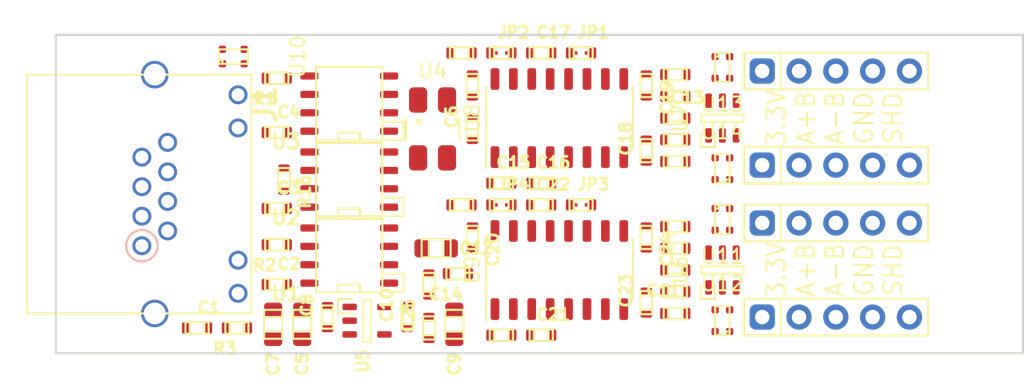
<source format=kicad_pcb>
(kicad_pcb (version 20171130) (host pcbnew "(5.1.4-0-10_14)")

  (general
    (thickness 1.6)
    (drawings 6)
    (tracks 0)
    (zones 0)
    (modules 65)
    (nets 51)
  )

  (page A4)
  (layers
    (0 F.Cu signal)
    (1 In1.Cu signal hide)
    (2 In2.Cu signal hide)
    (31 B.Cu signal)
    (32 B.Adhes user)
    (33 F.Adhes user)
    (34 B.Paste user)
    (35 F.Paste user)
    (36 B.SilkS user)
    (37 F.SilkS user)
    (38 B.Mask user)
    (39 F.Mask user)
    (40 Dwgs.User user)
    (41 Cmts.User user)
    (42 Eco1.User user)
    (43 Eco2.User user)
    (44 Edge.Cuts user)
    (45 Margin user)
    (46 B.CrtYd user)
    (47 F.CrtYd user)
    (48 B.Fab user)
    (49 F.Fab user)
  )

  (setup
    (last_trace_width 0.2)
    (user_trace_width 0.2)
    (user_trace_width 0.25)
    (user_trace_width 0.5)
    (user_trace_width 0.75)
    (user_trace_width 1)
    (trace_clearance 0.15)
    (zone_clearance 0.508)
    (zone_45_only no)
    (trace_min 0.2)
    (via_size 0.6)
    (via_drill 0.3)
    (via_min_size 0.6)
    (via_min_drill 0.3)
    (uvia_size 0.3)
    (uvia_drill 0.1)
    (uvias_allowed no)
    (uvia_min_size 0.2)
    (uvia_min_drill 0.1)
    (edge_width 0.15)
    (segment_width 0.15)
    (pcb_text_width 0.3)
    (pcb_text_size 1.5 1.5)
    (mod_edge_width 0.15)
    (mod_text_size 0.8 0.8)
    (mod_text_width 0.2)
    (pad_size 1.524 1.524)
    (pad_drill 0.762)
    (pad_to_mask_clearance 0.1)
    (solder_mask_min_width 0.1)
    (pad_to_paste_clearance_ratio -0.1)
    (aux_axis_origin 0 0)
    (visible_elements FFF9FF7F)
    (pcbplotparams
      (layerselection 0x010fc_ffffffff)
      (usegerberextensions false)
      (usegerberattributes false)
      (usegerberadvancedattributes false)
      (creategerberjobfile false)
      (excludeedgelayer true)
      (linewidth 0.100000)
      (plotframeref false)
      (viasonmask false)
      (mode 1)
      (useauxorigin false)
      (hpglpennumber 1)
      (hpglpenspeed 20)
      (hpglpendiameter 15.000000)
      (psnegative false)
      (psa4output false)
      (plotreference true)
      (plotvalue true)
      (plotinvisibletext false)
      (padsonsilk false)
      (subtractmaskfromsilk false)
      (outputformat 1)
      (mirror false)
      (drillshape 1)
      (scaleselection 1)
      (outputdirectory ""))
  )

  (net 0 "")
  (net 1 GND)
  (net 2 GNDS)
  (net 3 +5V)
  (net 4 +3V3)
  (net 5 +3.3VA)
  (net 6 "Net-(C17-Pad2)")
  (net 7 "Net-(C17-Pad1)")
  (net 8 "Net-(C18-Pad2)")
  (net 9 "Net-(C18-Pad1)")
  (net 10 "Net-(C19-Pad2)")
  (net 11 "Net-(C19-Pad1)")
  (net 12 "Net-(C22-Pad2)")
  (net 13 "Net-(C22-Pad1)")
  (net 14 "Net-(C23-Pad2)")
  (net 15 "Net-(C23-Pad1)")
  (net 16 "Net-(C24-Pad2)")
  (net 17 "Net-(C24-Pad1)")
  (net 18 1)
  (net 19 2)
  (net 20 3)
  (net 21 4)
  (net 22 5)
  (net 23 6)
  (net 24 "Net-(J1-Pad10)")
  (net 25 "Net-(J1-Pad12)")
  (net 26 A1+)
  (net 27 A1-)
  (net 28 B1+)
  (net 29 B1-)
  (net 30 A2+)
  (net 31 A2-)
  (net 32 B2+)
  (net 33 B2-)
  (net 34 "Net-(JP2-Pad1)")
  (net 35 "Net-(JP4-Pad1)")
  (net 36 SCK)
  (net 37 XSCK)
  (net 38 DOUT1)
  (net 39 DOUT2)
  (net 40 "Net-(J1-Pad7)")
  (net 41 "Net-(J1-Pad8)")
  (net 42 "Net-(J2-Pad3)")
  (net 43 "Net-(J2-Pad2)")
  (net 44 "Net-(J3-Pad3)")
  (net 45 "Net-(J3-Pad2)")
  (net 46 "Net-(J4-Pad3)")
  (net 47 "Net-(J4-Pad2)")
  (net 48 "Net-(J5-Pad3)")
  (net 49 "Net-(J5-Pad2)")
  (net 50 "Net-(C25-Pad2)")

  (net_class Default "This is the default net class."
    (clearance 0.15)
    (trace_width 0.2)
    (via_dia 0.6)
    (via_drill 0.3)
    (uvia_dia 0.3)
    (uvia_drill 0.1)
    (add_net +3.3VA)
    (add_net +3V3)
    (add_net +5V)
    (add_net 1)
    (add_net 2)
    (add_net 3)
    (add_net 4)
    (add_net 5)
    (add_net 6)
    (add_net A1+)
    (add_net A1-)
    (add_net A2+)
    (add_net A2-)
    (add_net B1+)
    (add_net B1-)
    (add_net B2+)
    (add_net B2-)
    (add_net DOUT1)
    (add_net DOUT2)
    (add_net GND)
    (add_net GNDS)
    (add_net "Net-(C17-Pad1)")
    (add_net "Net-(C17-Pad2)")
    (add_net "Net-(C18-Pad1)")
    (add_net "Net-(C18-Pad2)")
    (add_net "Net-(C19-Pad1)")
    (add_net "Net-(C19-Pad2)")
    (add_net "Net-(C22-Pad1)")
    (add_net "Net-(C22-Pad2)")
    (add_net "Net-(C23-Pad1)")
    (add_net "Net-(C23-Pad2)")
    (add_net "Net-(C24-Pad1)")
    (add_net "Net-(C24-Pad2)")
    (add_net "Net-(C25-Pad2)")
    (add_net "Net-(J1-Pad10)")
    (add_net "Net-(J1-Pad12)")
    (add_net "Net-(J1-Pad7)")
    (add_net "Net-(J1-Pad8)")
    (add_net "Net-(J2-Pad2)")
    (add_net "Net-(J2-Pad3)")
    (add_net "Net-(J3-Pad2)")
    (add_net "Net-(J3-Pad3)")
    (add_net "Net-(J4-Pad2)")
    (add_net "Net-(J4-Pad3)")
    (add_net "Net-(J5-Pad2)")
    (add_net "Net-(J5-Pad3)")
    (add_net "Net-(JP2-Pad1)")
    (add_net "Net-(JP4-Pad1)")
    (add_net "Net-(U1-Pad1)")
    (add_net "Net-(U2-Pad4)")
    (add_net "Net-(U3-Pad1)")
    (add_net "Net-(U8-Pad13)")
    (add_net "Net-(U8-Pad2)")
    (add_net "Net-(U8-Pad6)")
    (add_net "Net-(U9-Pad13)")
    (add_net "Net-(U9-Pad2)")
    (add_net "Net-(U9-Pad6)")
    (add_net SCK)
    (add_net XSCK)
  )

  (net_class PE ""
    (clearance 0.5)
    (trace_width 0.5)
    (via_dia 0.6)
    (via_drill 0.3)
    (uvia_dia 0.3)
    (uvia_drill 0.1)
  )

  (net_class UVW ""
    (clearance 0.25)
    (trace_width 0.25)
    (via_dia 0.6)
    (via_drill 0.3)
    (uvia_dia 0.3)
    (uvia_drill 0.1)
  )

  (net_class UVW_L ""
    (clearance 0.2)
    (trace_width 0.25)
    (via_dia 0.6)
    (via_drill 0.3)
    (uvia_dia 0.3)
    (uvia_drill 0.1)
  )

  (net_class VPP ""
    (clearance 1)
    (trace_width 4)
    (via_dia 0.6)
    (via_drill 0.3)
    (uvia_dia 0.3)
    (uvia_drill 0.1)
  )

  (module stmbl:SOT-23-5 (layer F.Cu) (tedit 5DA64939) (tstamp 5E27652F)
    (at 112.23 67.25)
    (descr "5-pin SOT-23 package")
    (tags SOT-23-5)
    (path /5E586E58)
    (attr smd)
    (fp_text reference U5 (at -0.29 2.784 -270) (layer F.SilkS)
      (effects (font (size 0.8 0.8) (thickness 0.2)))
    )
    (fp_text value LDO (at 0 2.9) (layer F.Fab)
      (effects (font (size 1 1) (thickness 0.15)))
    )
    (fp_line (start -0.25 -1.45) (end -0.25 1.45) (layer F.SilkS) (width 0.15))
    (fp_line (start -0.25 1.45) (end 0.25 1.45) (layer F.SilkS) (width 0.15))
    (fp_line (start 0.25 1.45) (end 0.25 -1.45) (layer F.SilkS) (width 0.15))
    (fp_line (start 0.25 -1.45) (end -0.25 -1.45) (layer F.SilkS) (width 0.15))
    (fp_line (start -1 -1.5) (end -2 -1.5) (layer F.SilkS) (width 0.15))
    (fp_line (start -2 -1.5) (end -2 -0.5) (layer F.SilkS) (width 0.15))
    (fp_line (start -2 -0.5) (end -1 -0.5) (layer F.SilkS) (width 0.15))
    (pad 1 smd roundrect (at -1.2 -0.95) (size 1 0.45) (layers F.Cu F.Paste F.Mask) (roundrect_rratio 0.25)
      (net 3 +5V))
    (pad 2 smd roundrect (at -1.2 0) (size 1 0.45) (layers F.Cu F.Paste F.Mask) (roundrect_rratio 0.25)
      (net 1 GND) (zone_connect 2))
    (pad 3 smd roundrect (at -1.2 0.95) (size 1 0.45) (layers F.Cu F.Paste F.Mask) (roundrect_rratio 0.25)
      (net 3 +5V))
    (pad 4 smd roundrect (at 1.2 0.95) (size 1 0.45) (layers F.Cu F.Paste F.Mask) (roundrect_rratio 0.25)
      (net 50 "Net-(C25-Pad2)"))
    (pad 5 smd roundrect (at 1.2 -0.95) (size 1 0.45) (layers F.Cu F.Paste F.Mask) (roundrect_rratio 0.25)
      (net 4 +3V3))
    (model ${KISYS3DMOD}/Package_TO_SOT_SMD.3dshapes/SOT-23-5.step
      (at (xyz 0 0 0))
      (scale (xyz 1 1 1))
      (rotate (xyz 0 0 0))
    )
  )

  (module stmbl:C_0603 (layer F.Cu) (tedit 5DA644E2) (tstamp 5E27612F)
    (at 116.5 67.75 270)
    (descr "Capacitor SMD 0603, reflow soldering, AVX (see smccp.pdf)")
    (tags "capacitor 0603")
    (path /5E5BDA54)
    (attr smd)
    (fp_text reference C25 (at -0.834 1.416 90) (layer F.SilkS)
      (effects (font (size 0.8 0.8) (thickness 0.2)))
    )
    (fp_text value 100p (at 0 1.4 90) (layer F.Fab)
      (effects (font (size 1 1) (thickness 0.15)))
    )
    (fp_line (start 0.5 -0.4) (end 0.5 0.4) (layer F.SilkS) (width 0.15))
    (fp_line (start -0.5 -0.4) (end -0.5 0.4) (layer F.SilkS) (width 0.15))
    (fp_line (start 0.8 -0.4) (end -0.8 -0.4) (layer F.SilkS) (width 0.15))
    (fp_line (start 0.8 0.4) (end 0.8 -0.4) (layer F.SilkS) (width 0.15))
    (fp_line (start -0.8 0.4) (end 0.8 0.4) (layer F.SilkS) (width 0.15))
    (fp_line (start -0.8 -0.4) (end -0.8 0.4) (layer F.SilkS) (width 0.15))
    (fp_line (start -1.3 -0.6) (end 1.3 -0.6) (layer F.CrtYd) (width 0.05))
    (fp_line (start -1.3 0.6) (end 1.3 0.6) (layer F.CrtYd) (width 0.05))
    (fp_line (start -1.3 -0.6) (end -1.3 0.6) (layer F.CrtYd) (width 0.05))
    (fp_line (start 1.3 -0.6) (end 1.3 0.6) (layer F.CrtYd) (width 0.05))
    (pad 2 smd roundrect (at 0.75 0 270) (size 0.59 0.8) (layers F.Cu F.Paste F.Mask) (roundrect_rratio 0.25)
      (net 50 "Net-(C25-Pad2)"))
    (pad 1 smd roundrect (at -0.75 0 270) (size 0.59 0.8) (layers F.Cu F.Paste F.Mask) (roundrect_rratio 0.25)
      (net 1 GND))
    (model ${KISYS3DMOD}/Capacitor_SMD.3dshapes/C_0603_1608Metric.step
      (at (xyz 0 0 0))
      (scale (xyz 1 1 1))
      (rotate (xyz 0 0 0))
    )
  )

  (module stmbl:CMC_0805 (layer F.Cu) (tedit 5E273C60) (tstamp 5E27503B)
    (at 136.75 49.75)
    (path /5E541D7B)
    (fp_text reference U14 (at 0 4.445) (layer F.SilkS)
      (effects (font (size 1 1) (thickness 0.15)))
    )
    (fp_text value CMC (at 0 -3.81) (layer F.Fab)
      (effects (font (size 1 1) (thickness 0.15)))
    )
    (fp_line (start -0.25 -0.75) (end -0.25 -1) (layer F.SilkS) (width 0.15))
    (fp_line (start -0.5 -0.75) (end -0.25 -0.75) (layer F.SilkS) (width 0.15))
    (fp_line (start 0.5 -1) (end -0.5 -1) (layer F.SilkS) (width 0.15))
    (fp_line (start 0.5 1) (end 0.5 -1) (layer F.SilkS) (width 0.15))
    (fp_line (start -0.5 1) (end 0.5 1) (layer F.SilkS) (width 0.15))
    (fp_line (start -0.5 -1) (end -0.5 1) (layer F.SilkS) (width 0.15))
    (pad 4 smd roundrect (at 0.5 -0.75) (size 0.5 0.5) (layers F.Cu F.Paste F.Mask) (roundrect_rratio 0.25)
      (net 48 "Net-(J5-Pad3)"))
    (pad 3 smd roundrect (at 0.5 0.75) (size 0.5 0.5) (layers F.Cu F.Paste F.Mask) (roundrect_rratio 0.25)
      (net 33 B2-))
    (pad 2 smd roundrect (at -0.5 0.75) (size 0.5 0.5) (layers F.Cu F.Paste F.Mask) (roundrect_rratio 0.25)
      (net 32 B2+))
    (pad 1 smd roundrect (at -0.5 -0.75) (size 0.5 0.5) (layers F.Cu F.Paste F.Mask) (roundrect_rratio 0.25)
      (net 49 "Net-(J5-Pad2)"))
  )

  (module stmbl:CMC_0805 (layer F.Cu) (tedit 5E273C60) (tstamp 5E27502D)
    (at 136.75 56.75 180)
    (path /5E541610)
    (fp_text reference U13 (at 0 4.445) (layer F.SilkS)
      (effects (font (size 1 1) (thickness 0.15)))
    )
    (fp_text value CMC (at 0 -3.81) (layer F.Fab)
      (effects (font (size 1 1) (thickness 0.15)))
    )
    (fp_line (start -0.25 -0.75) (end -0.25 -1) (layer F.SilkS) (width 0.15))
    (fp_line (start -0.5 -0.75) (end -0.25 -0.75) (layer F.SilkS) (width 0.15))
    (fp_line (start 0.5 -1) (end -0.5 -1) (layer F.SilkS) (width 0.15))
    (fp_line (start 0.5 1) (end 0.5 -1) (layer F.SilkS) (width 0.15))
    (fp_line (start -0.5 1) (end 0.5 1) (layer F.SilkS) (width 0.15))
    (fp_line (start -0.5 -1) (end -0.5 1) (layer F.SilkS) (width 0.15))
    (pad 4 smd roundrect (at 0.5 -0.75 180) (size 0.5 0.5) (layers F.Cu F.Paste F.Mask) (roundrect_rratio 0.25)
      (net 46 "Net-(J4-Pad3)"))
    (pad 3 smd roundrect (at 0.5 0.75 180) (size 0.5 0.5) (layers F.Cu F.Paste F.Mask) (roundrect_rratio 0.25)
      (net 31 A2-))
    (pad 2 smd roundrect (at -0.5 0.75 180) (size 0.5 0.5) (layers F.Cu F.Paste F.Mask) (roundrect_rratio 0.25)
      (net 30 A2+))
    (pad 1 smd roundrect (at -0.5 -0.75 180) (size 0.5 0.5) (layers F.Cu F.Paste F.Mask) (roundrect_rratio 0.25)
      (net 47 "Net-(J4-Pad2)"))
  )

  (module stmbl:CMC_0805 (layer F.Cu) (tedit 5E273C60) (tstamp 5E275298)
    (at 136.75 60.25)
    (path /5E540C95)
    (fp_text reference U12 (at 0 4.445) (layer F.SilkS)
      (effects (font (size 1 1) (thickness 0.15)))
    )
    (fp_text value CMC (at 0 -3.81) (layer F.Fab)
      (effects (font (size 1 1) (thickness 0.15)))
    )
    (fp_line (start -0.25 -0.75) (end -0.25 -1) (layer F.SilkS) (width 0.15))
    (fp_line (start -0.5 -0.75) (end -0.25 -0.75) (layer F.SilkS) (width 0.15))
    (fp_line (start 0.5 -1) (end -0.5 -1) (layer F.SilkS) (width 0.15))
    (fp_line (start 0.5 1) (end 0.5 -1) (layer F.SilkS) (width 0.15))
    (fp_line (start -0.5 1) (end 0.5 1) (layer F.SilkS) (width 0.15))
    (fp_line (start -0.5 -1) (end -0.5 1) (layer F.SilkS) (width 0.15))
    (pad 4 smd roundrect (at 0.5 -0.75) (size 0.5 0.5) (layers F.Cu F.Paste F.Mask) (roundrect_rratio 0.25)
      (net 44 "Net-(J3-Pad3)"))
    (pad 3 smd roundrect (at 0.5 0.75) (size 0.5 0.5) (layers F.Cu F.Paste F.Mask) (roundrect_rratio 0.25)
      (net 29 B1-))
    (pad 2 smd roundrect (at -0.5 0.75) (size 0.5 0.5) (layers F.Cu F.Paste F.Mask) (roundrect_rratio 0.25)
      (net 28 B1+))
    (pad 1 smd roundrect (at -0.5 -0.75) (size 0.5 0.5) (layers F.Cu F.Paste F.Mask) (roundrect_rratio 0.25)
      (net 45 "Net-(J3-Pad2)"))
  )

  (module stmbl:CMC_0805 (layer F.Cu) (tedit 5E273C60) (tstamp 5E275011)
    (at 136.75 67.25 180)
    (path /5E354A2F)
    (fp_text reference U11 (at 0 4.445) (layer F.SilkS)
      (effects (font (size 1 1) (thickness 0.15)))
    )
    (fp_text value CMC (at 0 -3.81) (layer F.Fab)
      (effects (font (size 1 1) (thickness 0.15)))
    )
    (fp_line (start -0.25 -0.75) (end -0.25 -1) (layer F.SilkS) (width 0.15))
    (fp_line (start -0.5 -0.75) (end -0.25 -0.75) (layer F.SilkS) (width 0.15))
    (fp_line (start 0.5 -1) (end -0.5 -1) (layer F.SilkS) (width 0.15))
    (fp_line (start 0.5 1) (end 0.5 -1) (layer F.SilkS) (width 0.15))
    (fp_line (start -0.5 1) (end 0.5 1) (layer F.SilkS) (width 0.15))
    (fp_line (start -0.5 -1) (end -0.5 1) (layer F.SilkS) (width 0.15))
    (pad 4 smd roundrect (at 0.5 -0.75 180) (size 0.5 0.5) (layers F.Cu F.Paste F.Mask) (roundrect_rratio 0.25)
      (net 42 "Net-(J2-Pad3)"))
    (pad 3 smd roundrect (at 0.5 0.75 180) (size 0.5 0.5) (layers F.Cu F.Paste F.Mask) (roundrect_rratio 0.25)
      (net 27 A1-))
    (pad 2 smd roundrect (at -0.5 0.75 180) (size 0.5 0.5) (layers F.Cu F.Paste F.Mask) (roundrect_rratio 0.25)
      (net 26 A1+))
    (pad 1 smd roundrect (at -0.5 -0.75 180) (size 0.5 0.5) (layers F.Cu F.Paste F.Mask) (roundrect_rratio 0.25)
      (net 43 "Net-(J2-Pad2)"))
  )

  (module stmbl:CMC_0805 (layer F.Cu) (tedit 5E273C60) (tstamp 5E275003)
    (at 103 49 90)
    (path /5E54248E)
    (fp_text reference U10 (at 0 4.445 90) (layer F.SilkS)
      (effects (font (size 1 1) (thickness 0.15)))
    )
    (fp_text value CMC (at 0 -3.81 90) (layer F.Fab)
      (effects (font (size 1 1) (thickness 0.15)))
    )
    (fp_line (start -0.25 -0.75) (end -0.25 -1) (layer F.SilkS) (width 0.15))
    (fp_line (start -0.5 -0.75) (end -0.25 -0.75) (layer F.SilkS) (width 0.15))
    (fp_line (start 0.5 -1) (end -0.5 -1) (layer F.SilkS) (width 0.15))
    (fp_line (start 0.5 1) (end 0.5 -1) (layer F.SilkS) (width 0.15))
    (fp_line (start -0.5 1) (end 0.5 1) (layer F.SilkS) (width 0.15))
    (fp_line (start -0.5 -1) (end -0.5 1) (layer F.SilkS) (width 0.15))
    (pad 4 smd roundrect (at 0.5 -0.75 90) (size 0.5 0.5) (layers F.Cu F.Paste F.Mask) (roundrect_rratio 0.25)
      (net 40 "Net-(J1-Pad7)"))
    (pad 3 smd roundrect (at 0.5 0.75 90) (size 0.5 0.5) (layers F.Cu F.Paste F.Mask) (roundrect_rratio 0.25)
      (net 3 +5V))
    (pad 2 smd roundrect (at -0.5 0.75 90) (size 0.5 0.5) (layers F.Cu F.Paste F.Mask) (roundrect_rratio 0.25)
      (net 1 GND))
    (pad 1 smd roundrect (at -0.5 -0.75 90) (size 0.5 0.5) (layers F.Cu F.Paste F.Mask) (roundrect_rratio 0.25)
      (net 41 "Net-(J1-Pad8)"))
  )

  (module stmbl:Pin_Header_RM2.54_1x5_UP (layer F.Cu) (tedit 5DA83A6C) (tstamp 5E274BEF)
    (at 139.5 50 90)
    (path /5E545C32)
    (fp_text reference J5 (at 0 2.5 90) (layer F.SilkS) hide
      (effects (font (size 1.5 1.5) (thickness 0.3)))
    )
    (fp_text value CONN_01X05 (at 0 -2 90) (layer F.SilkS) hide
      (effects (font (size 1 1) (thickness 0.15)))
    )
    (fp_line (start -1.27 1.27) (end -1.27 -1.27) (layer F.SilkS) (width 0.15))
    (fp_line (start 1.27 1.27) (end -1.27 1.27) (layer F.SilkS) (width 0.15))
    (fp_line (start 1.27 -1.27) (end 1.27 1.27) (layer F.SilkS) (width 0.15))
    (fp_line (start -1.27 -1.27) (end 1.27 -1.27) (layer F.SilkS) (width 0.15))
    (fp_line (start -1.27 11.43) (end -1.27 -1.27) (layer F.SilkS) (width 0.15))
    (fp_line (start 1.27 11.43) (end -1.27 11.43) (layer F.SilkS) (width 0.15))
    (fp_line (start 1.27 -1.27) (end 1.27 11.43) (layer F.SilkS) (width 0.15))
    (fp_line (start -1.27 -1.27) (end 1.27 -1.27) (layer F.SilkS) (width 0.15))
    (pad 5 thru_hole circle (at 0 10.16 90) (size 1.3 1.3) (drill 1) (layers *.Cu *.Mask)
      (net 2 GNDS))
    (pad 5 smd circle (at 0 10.16 90) (size 1.75 1.75) (layers B.Cu B.Mask)
      (net 2 GNDS))
    (pad 4 thru_hole circle (at 0 7.62 90) (size 1.3 1.3) (drill 1) (layers *.Cu *.Mask)
      (net 1 GND))
    (pad 4 smd circle (at 0 7.62 90) (size 1.75 1.75) (layers B.Cu B.Mask)
      (net 1 GND))
    (pad 3 thru_hole circle (at 0 5.08 90) (size 1.3 1.3) (drill 1) (layers *.Cu *.Mask)
      (net 48 "Net-(J5-Pad3)"))
    (pad 3 smd circle (at 0 5.08 90) (size 1.75 1.75) (layers B.Cu B.Mask)
      (net 48 "Net-(J5-Pad3)"))
    (pad 2 thru_hole circle (at 0 2.54 90) (size 1.3 1.3) (drill 1) (layers *.Cu *.Mask)
      (net 49 "Net-(J5-Pad2)"))
    (pad 2 smd circle (at 0 2.54 90) (size 1.75 1.75) (layers B.Cu B.Mask)
      (net 49 "Net-(J5-Pad2)"))
    (pad 1 thru_hole circle (at 0 0 90) (size 1.3 1.3) (drill 1) (layers *.Cu *.Mask)
      (net 5 +3.3VA))
    (pad 1 smd roundrect (at 0 0 90) (size 1.75 1.75) (layers B.Cu B.Mask) (roundrect_rratio 0.25)
      (net 5 +3.3VA))
  )

  (module stmbl:Pin_Header_RM2.54_1x5_UP (layer F.Cu) (tedit 5DA83A6C) (tstamp 5E274BD9)
    (at 139.5 56.5 90)
    (path /5E5453CA)
    (fp_text reference J4 (at 0 2.5 90) (layer F.SilkS) hide
      (effects (font (size 1.5 1.5) (thickness 0.3)))
    )
    (fp_text value CONN_01X05 (at 0 -2 90) (layer F.SilkS) hide
      (effects (font (size 1 1) (thickness 0.15)))
    )
    (fp_line (start -1.27 1.27) (end -1.27 -1.27) (layer F.SilkS) (width 0.15))
    (fp_line (start 1.27 1.27) (end -1.27 1.27) (layer F.SilkS) (width 0.15))
    (fp_line (start 1.27 -1.27) (end 1.27 1.27) (layer F.SilkS) (width 0.15))
    (fp_line (start -1.27 -1.27) (end 1.27 -1.27) (layer F.SilkS) (width 0.15))
    (fp_line (start -1.27 11.43) (end -1.27 -1.27) (layer F.SilkS) (width 0.15))
    (fp_line (start 1.27 11.43) (end -1.27 11.43) (layer F.SilkS) (width 0.15))
    (fp_line (start 1.27 -1.27) (end 1.27 11.43) (layer F.SilkS) (width 0.15))
    (fp_line (start -1.27 -1.27) (end 1.27 -1.27) (layer F.SilkS) (width 0.15))
    (pad 5 thru_hole circle (at 0 10.16 90) (size 1.3 1.3) (drill 1) (layers *.Cu *.Mask)
      (net 2 GNDS))
    (pad 5 smd circle (at 0 10.16 90) (size 1.75 1.75) (layers B.Cu B.Mask)
      (net 2 GNDS))
    (pad 4 thru_hole circle (at 0 7.62 90) (size 1.3 1.3) (drill 1) (layers *.Cu *.Mask)
      (net 1 GND))
    (pad 4 smd circle (at 0 7.62 90) (size 1.75 1.75) (layers B.Cu B.Mask)
      (net 1 GND))
    (pad 3 thru_hole circle (at 0 5.08 90) (size 1.3 1.3) (drill 1) (layers *.Cu *.Mask)
      (net 46 "Net-(J4-Pad3)"))
    (pad 3 smd circle (at 0 5.08 90) (size 1.75 1.75) (layers B.Cu B.Mask)
      (net 46 "Net-(J4-Pad3)"))
    (pad 2 thru_hole circle (at 0 2.54 90) (size 1.3 1.3) (drill 1) (layers *.Cu *.Mask)
      (net 47 "Net-(J4-Pad2)"))
    (pad 2 smd circle (at 0 2.54 90) (size 1.75 1.75) (layers B.Cu B.Mask)
      (net 47 "Net-(J4-Pad2)"))
    (pad 1 thru_hole circle (at 0 0 90) (size 1.3 1.3) (drill 1) (layers *.Cu *.Mask)
      (net 5 +3.3VA))
    (pad 1 smd roundrect (at 0 0 90) (size 1.75 1.75) (layers B.Cu B.Mask) (roundrect_rratio 0.25)
      (net 5 +3.3VA))
  )

  (module stmbl:Pin_Header_RM2.54_1x5_UP (layer F.Cu) (tedit 5DA83A6C) (tstamp 5E274BC3)
    (at 139.5 60.5 90)
    (path /5E544ACE)
    (fp_text reference J3 (at 0 2.5 90) (layer F.SilkS) hide
      (effects (font (size 1.5 1.5) (thickness 0.3)))
    )
    (fp_text value CONN_01X05 (at 0 -2 90) (layer F.SilkS) hide
      (effects (font (size 1 1) (thickness 0.15)))
    )
    (fp_line (start -1.27 1.27) (end -1.27 -1.27) (layer F.SilkS) (width 0.15))
    (fp_line (start 1.27 1.27) (end -1.27 1.27) (layer F.SilkS) (width 0.15))
    (fp_line (start 1.27 -1.27) (end 1.27 1.27) (layer F.SilkS) (width 0.15))
    (fp_line (start -1.27 -1.27) (end 1.27 -1.27) (layer F.SilkS) (width 0.15))
    (fp_line (start -1.27 11.43) (end -1.27 -1.27) (layer F.SilkS) (width 0.15))
    (fp_line (start 1.27 11.43) (end -1.27 11.43) (layer F.SilkS) (width 0.15))
    (fp_line (start 1.27 -1.27) (end 1.27 11.43) (layer F.SilkS) (width 0.15))
    (fp_line (start -1.27 -1.27) (end 1.27 -1.27) (layer F.SilkS) (width 0.15))
    (pad 5 thru_hole circle (at 0 10.16 90) (size 1.3 1.3) (drill 1) (layers *.Cu *.Mask)
      (net 2 GNDS))
    (pad 5 smd circle (at 0 10.16 90) (size 1.75 1.75) (layers B.Cu B.Mask)
      (net 2 GNDS))
    (pad 4 thru_hole circle (at 0 7.62 90) (size 1.3 1.3) (drill 1) (layers *.Cu *.Mask)
      (net 1 GND))
    (pad 4 smd circle (at 0 7.62 90) (size 1.75 1.75) (layers B.Cu B.Mask)
      (net 1 GND))
    (pad 3 thru_hole circle (at 0 5.08 90) (size 1.3 1.3) (drill 1) (layers *.Cu *.Mask)
      (net 44 "Net-(J3-Pad3)"))
    (pad 3 smd circle (at 0 5.08 90) (size 1.75 1.75) (layers B.Cu B.Mask)
      (net 44 "Net-(J3-Pad3)"))
    (pad 2 thru_hole circle (at 0 2.54 90) (size 1.3 1.3) (drill 1) (layers *.Cu *.Mask)
      (net 45 "Net-(J3-Pad2)"))
    (pad 2 smd circle (at 0 2.54 90) (size 1.75 1.75) (layers B.Cu B.Mask)
      (net 45 "Net-(J3-Pad2)"))
    (pad 1 thru_hole circle (at 0 0 90) (size 1.3 1.3) (drill 1) (layers *.Cu *.Mask)
      (net 5 +3.3VA))
    (pad 1 smd roundrect (at 0 0 90) (size 1.75 1.75) (layers B.Cu B.Mask) (roundrect_rratio 0.25)
      (net 5 +3.3VA))
  )

  (module stmbl:Pin_Header_RM2.54_1x5_UP (layer F.Cu) (tedit 5DA83A6C) (tstamp 5E274BAD)
    (at 139.5 67 90)
    (path /5E3577D6)
    (fp_text reference J2 (at 0 2.5 90) (layer F.SilkS) hide
      (effects (font (size 1.5 1.5) (thickness 0.3)))
    )
    (fp_text value CONN_01X05 (at 0 -2 90) (layer F.SilkS) hide
      (effects (font (size 1 1) (thickness 0.15)))
    )
    (fp_line (start -1.27 1.27) (end -1.27 -1.27) (layer F.SilkS) (width 0.15))
    (fp_line (start 1.27 1.27) (end -1.27 1.27) (layer F.SilkS) (width 0.15))
    (fp_line (start 1.27 -1.27) (end 1.27 1.27) (layer F.SilkS) (width 0.15))
    (fp_line (start -1.27 -1.27) (end 1.27 -1.27) (layer F.SilkS) (width 0.15))
    (fp_line (start -1.27 11.43) (end -1.27 -1.27) (layer F.SilkS) (width 0.15))
    (fp_line (start 1.27 11.43) (end -1.27 11.43) (layer F.SilkS) (width 0.15))
    (fp_line (start 1.27 -1.27) (end 1.27 11.43) (layer F.SilkS) (width 0.15))
    (fp_line (start -1.27 -1.27) (end 1.27 -1.27) (layer F.SilkS) (width 0.15))
    (pad 5 thru_hole circle (at 0 10.16 90) (size 1.3 1.3) (drill 1) (layers *.Cu *.Mask)
      (net 2 GNDS))
    (pad 5 smd circle (at 0 10.16 90) (size 1.75 1.75) (layers B.Cu B.Mask)
      (net 2 GNDS))
    (pad 4 thru_hole circle (at 0 7.62 90) (size 1.3 1.3) (drill 1) (layers *.Cu *.Mask)
      (net 1 GND))
    (pad 4 smd circle (at 0 7.62 90) (size 1.75 1.75) (layers B.Cu B.Mask)
      (net 1 GND))
    (pad 3 thru_hole circle (at 0 5.08 90) (size 1.3 1.3) (drill 1) (layers *.Cu *.Mask)
      (net 42 "Net-(J2-Pad3)"))
    (pad 3 smd circle (at 0 5.08 90) (size 1.75 1.75) (layers B.Cu B.Mask)
      (net 42 "Net-(J2-Pad3)"))
    (pad 2 thru_hole circle (at 0 2.54 90) (size 1.3 1.3) (drill 1) (layers *.Cu *.Mask)
      (net 43 "Net-(J2-Pad2)"))
    (pad 2 smd circle (at 0 2.54 90) (size 1.75 1.75) (layers B.Cu B.Mask)
      (net 43 "Net-(J2-Pad2)"))
    (pad 1 thru_hole circle (at 0 0 90) (size 1.3 1.3) (drill 1) (layers *.Cu *.Mask)
      (net 5 +3.3VA))
    (pad 1 smd roundrect (at 0 0 90) (size 1.75 1.75) (layers B.Cu B.Mask) (roundrect_rratio 0.25)
      (net 5 +3.3VA))
  )

  (module stmbl:C_0603 (layer F.Cu) (tedit 5DA644E2) (tstamp 5E26E7A4)
    (at 106.5 57.5 90)
    (descr "Capacitor SMD 0603, reflow soldering, AVX (see smccp.pdf)")
    (tags "capacitor 0603")
    (path /5E2A356F)
    (attr smd)
    (fp_text reference R16 (at -0.834 1.416 90) (layer F.SilkS)
      (effects (font (size 0.8 0.8) (thickness 0.2)))
    )
    (fp_text value 120 (at 0 1.4 90) (layer F.Fab)
      (effects (font (size 1 1) (thickness 0.15)))
    )
    (fp_line (start 0.5 -0.4) (end 0.5 0.4) (layer F.SilkS) (width 0.15))
    (fp_line (start -0.5 -0.4) (end -0.5 0.4) (layer F.SilkS) (width 0.15))
    (fp_line (start 0.8 -0.4) (end -0.8 -0.4) (layer F.SilkS) (width 0.15))
    (fp_line (start 0.8 0.4) (end 0.8 -0.4) (layer F.SilkS) (width 0.15))
    (fp_line (start -0.8 0.4) (end 0.8 0.4) (layer F.SilkS) (width 0.15))
    (fp_line (start -0.8 -0.4) (end -0.8 0.4) (layer F.SilkS) (width 0.15))
    (fp_line (start -1.3 -0.6) (end 1.3 -0.6) (layer F.CrtYd) (width 0.05))
    (fp_line (start -1.3 0.6) (end 1.3 0.6) (layer F.CrtYd) (width 0.05))
    (fp_line (start -1.3 -0.6) (end -1.3 0.6) (layer F.CrtYd) (width 0.05))
    (fp_line (start 1.3 -0.6) (end 1.3 0.6) (layer F.CrtYd) (width 0.05))
    (pad 2 smd roundrect (at 0.75 0 90) (size 0.59 0.8) (layers F.Cu F.Paste F.Mask) (roundrect_rratio 0.25)
      (net 21 4))
    (pad 1 smd roundrect (at -0.75 0 90) (size 0.59 0.8) (layers F.Cu F.Paste F.Mask) (roundrect_rratio 0.25)
      (net 22 5))
    (model ${KISYS3DMOD}/Capacitor_SMD.3dshapes/C_0603_1608Metric.step
      (at (xyz 0 0 0))
      (scale (xyz 1 1 1))
      (rotate (xyz 0 0 0))
    )
  )

  (module stmbl:SOIC-16 (layer F.Cu) (tedit 5DC2FC18) (tstamp 5E26B7CD)
    (at 125.5 63.75 90)
    (descr "16-Lead Plastic Small Outline (SL) - Narrow, 3.90 mm Body [SOIC] (see Microchip Packaging Specification 00000049BS.pdf)")
    (tags "SOIC 1.27")
    (path /5E43BA91/5E430A21)
    (attr smd)
    (fp_text reference U9 (at 0 -6 90) (layer F.SilkS)
      (effects (font (size 1 1) (thickness 0.15)))
    )
    (fp_text value HX711 (at 0 6 90) (layer F.Fab)
      (effects (font (size 1 1) (thickness 0.15)))
    )
    (fp_text user %R (at 0 0 90) (layer F.Fab)
      (effects (font (size 0.9 0.9) (thickness 0.135)))
    )
    (fp_line (start -0.95 -4.95) (end 1.95 -4.95) (layer F.Fab) (width 0.15))
    (fp_line (start 1.95 -4.95) (end 1.95 4.95) (layer F.Fab) (width 0.15))
    (fp_line (start 1.95 4.95) (end -1.95 4.95) (layer F.Fab) (width 0.15))
    (fp_line (start -1.95 4.95) (end -1.95 -3.95) (layer F.Fab) (width 0.15))
    (fp_line (start -1.95 -3.95) (end -0.95 -4.95) (layer F.Fab) (width 0.15))
    (fp_line (start -3.7 -5.25) (end -3.7 5.25) (layer F.CrtYd) (width 0.05))
    (fp_line (start 3.7 -5.25) (end 3.7 5.25) (layer F.CrtYd) (width 0.05))
    (fp_line (start -3.7 -5.25) (end 3.7 -5.25) (layer F.CrtYd) (width 0.05))
    (fp_line (start -3.7 5.25) (end 3.7 5.25) (layer F.CrtYd) (width 0.05))
    (fp_line (start -2.075 -5.075) (end -2.075 -5.05) (layer F.SilkS) (width 0.15))
    (fp_line (start 2.075 -5.075) (end 2.075 -4.97) (layer F.SilkS) (width 0.15))
    (fp_line (start 2.075 5.075) (end 2.075 4.97) (layer F.SilkS) (width 0.15))
    (fp_line (start -2.075 5.075) (end -2.075 4.97) (layer F.SilkS) (width 0.15))
    (fp_line (start -2.075 -5.075) (end 2.075 -5.075) (layer F.SilkS) (width 0.15))
    (fp_line (start -2.075 5.075) (end 2.075 5.075) (layer F.SilkS) (width 0.15))
    (fp_line (start -2.075 -5.05) (end -3.45 -5.05) (layer F.SilkS) (width 0.15))
    (pad 1 smd roundrect (at -2.7 -4.445 90) (size 1.5 0.6) (layers F.Cu F.Paste F.Mask) (roundrect_rratio 0.25)
      (net 3 +5V))
    (pad 2 smd roundrect (at -2.7 -3.175 90) (size 1.5 0.6) (layers F.Cu F.Paste F.Mask) (roundrect_rratio 0.25))
    (pad 3 smd roundrect (at -2.7 -1.905 90) (size 1.5 0.6) (layers F.Cu F.Paste F.Mask) (roundrect_rratio 0.25)
      (net 5 +3.3VA))
    (pad 4 smd roundrect (at -2.7 -0.635 90) (size 1.5 0.6) (layers F.Cu F.Paste F.Mask) (roundrect_rratio 0.25)
      (net 1 GND))
    (pad 5 smd roundrect (at -2.7 0.635 90) (size 1.5 0.6) (layers F.Cu F.Paste F.Mask) (roundrect_rratio 0.25)
      (net 1 GND))
    (pad 6 smd roundrect (at -2.7 1.905 90) (size 1.5 0.6) (layers F.Cu F.Paste F.Mask) (roundrect_rratio 0.25))
    (pad 7 smd roundrect (at -2.7 3.175 90) (size 1.5 0.6) (layers F.Cu F.Paste F.Mask) (roundrect_rratio 0.25)
      (net 15 "Net-(C23-Pad1)"))
    (pad 8 smd roundrect (at -2.7 4.445 90) (size 1.5 0.6) (layers F.Cu F.Paste F.Mask) (roundrect_rratio 0.25)
      (net 14 "Net-(C23-Pad2)"))
    (pad 9 smd roundrect (at 2.7 4.445 90) (size 1.5 0.6) (layers F.Cu F.Paste F.Mask) (roundrect_rratio 0.25)
      (net 16 "Net-(C24-Pad2)"))
    (pad 10 smd roundrect (at 2.7 3.175 90) (size 1.5 0.6) (layers F.Cu F.Paste F.Mask) (roundrect_rratio 0.25)
      (net 17 "Net-(C24-Pad1)"))
    (pad 11 smd roundrect (at 2.7 1.905 90) (size 1.5 0.6) (layers F.Cu F.Paste F.Mask) (roundrect_rratio 0.25)
      (net 36 SCK))
    (pad 12 smd roundrect (at 2.7 0.635 90) (size 1.5 0.6) (layers F.Cu F.Paste F.Mask) (roundrect_rratio 0.25)
      (net 38 DOUT1))
    (pad 13 smd roundrect (at 2.7 -0.635 90) (size 1.5 0.6) (layers F.Cu F.Paste F.Mask) (roundrect_rratio 0.25))
    (pad 14 smd roundrect (at 2.7 -1.905 90) (size 1.5 0.6) (layers F.Cu F.Paste F.Mask) (roundrect_rratio 0.25)
      (net 12 "Net-(C22-Pad2)"))
    (pad 15 smd roundrect (at 2.7 -3.175 90) (size 1.5 0.6) (layers F.Cu F.Paste F.Mask) (roundrect_rratio 0.25)
      (net 35 "Net-(JP4-Pad1)"))
    (pad 16 smd roundrect (at 2.7 -4.445 90) (size 1.5 0.6) (layers F.Cu F.Paste F.Mask) (roundrect_rratio 0.25)
      (net 3 +5V))
    (model ${KISYS3DMOD}/Package_SO.3dshapes/SOIC-16_3.9x9.9mm_P1.27mm.wrl
      (at (xyz 0 0 0))
      (scale (xyz 1 1 1))
      (rotate (xyz 0 0 0))
    )
  )

  (module stmbl:SOIC-16 (layer F.Cu) (tedit 5DC2FC18) (tstamp 5E26B7A8)
    (at 125.5 53.25 90)
    (descr "16-Lead Plastic Small Outline (SL) - Narrow, 3.90 mm Body [SOIC] (see Microchip Packaging Specification 00000049BS.pdf)")
    (tags "SOIC 1.27")
    (path /5E42DD81/5E430A21)
    (attr smd)
    (fp_text reference U8 (at 0 -6 90) (layer F.SilkS)
      (effects (font (size 1 1) (thickness 0.15)))
    )
    (fp_text value HX711 (at 0 6 90) (layer F.Fab)
      (effects (font (size 1 1) (thickness 0.15)))
    )
    (fp_text user %R (at 0 0 90) (layer F.Fab)
      (effects (font (size 0.9 0.9) (thickness 0.135)))
    )
    (fp_line (start -0.95 -4.95) (end 1.95 -4.95) (layer F.Fab) (width 0.15))
    (fp_line (start 1.95 -4.95) (end 1.95 4.95) (layer F.Fab) (width 0.15))
    (fp_line (start 1.95 4.95) (end -1.95 4.95) (layer F.Fab) (width 0.15))
    (fp_line (start -1.95 4.95) (end -1.95 -3.95) (layer F.Fab) (width 0.15))
    (fp_line (start -1.95 -3.95) (end -0.95 -4.95) (layer F.Fab) (width 0.15))
    (fp_line (start -3.7 -5.25) (end -3.7 5.25) (layer F.CrtYd) (width 0.05))
    (fp_line (start 3.7 -5.25) (end 3.7 5.25) (layer F.CrtYd) (width 0.05))
    (fp_line (start -3.7 -5.25) (end 3.7 -5.25) (layer F.CrtYd) (width 0.05))
    (fp_line (start -3.7 5.25) (end 3.7 5.25) (layer F.CrtYd) (width 0.05))
    (fp_line (start -2.075 -5.075) (end -2.075 -5.05) (layer F.SilkS) (width 0.15))
    (fp_line (start 2.075 -5.075) (end 2.075 -4.97) (layer F.SilkS) (width 0.15))
    (fp_line (start 2.075 5.075) (end 2.075 4.97) (layer F.SilkS) (width 0.15))
    (fp_line (start -2.075 5.075) (end -2.075 4.97) (layer F.SilkS) (width 0.15))
    (fp_line (start -2.075 -5.075) (end 2.075 -5.075) (layer F.SilkS) (width 0.15))
    (fp_line (start -2.075 5.075) (end 2.075 5.075) (layer F.SilkS) (width 0.15))
    (fp_line (start -2.075 -5.05) (end -3.45 -5.05) (layer F.SilkS) (width 0.15))
    (pad 1 smd roundrect (at -2.7 -4.445 90) (size 1.5 0.6) (layers F.Cu F.Paste F.Mask) (roundrect_rratio 0.25)
      (net 3 +5V))
    (pad 2 smd roundrect (at -2.7 -3.175 90) (size 1.5 0.6) (layers F.Cu F.Paste F.Mask) (roundrect_rratio 0.25))
    (pad 3 smd roundrect (at -2.7 -1.905 90) (size 1.5 0.6) (layers F.Cu F.Paste F.Mask) (roundrect_rratio 0.25)
      (net 5 +3.3VA))
    (pad 4 smd roundrect (at -2.7 -0.635 90) (size 1.5 0.6) (layers F.Cu F.Paste F.Mask) (roundrect_rratio 0.25)
      (net 1 GND))
    (pad 5 smd roundrect (at -2.7 0.635 90) (size 1.5 0.6) (layers F.Cu F.Paste F.Mask) (roundrect_rratio 0.25)
      (net 1 GND))
    (pad 6 smd roundrect (at -2.7 1.905 90) (size 1.5 0.6) (layers F.Cu F.Paste F.Mask) (roundrect_rratio 0.25))
    (pad 7 smd roundrect (at -2.7 3.175 90) (size 1.5 0.6) (layers F.Cu F.Paste F.Mask) (roundrect_rratio 0.25)
      (net 9 "Net-(C18-Pad1)"))
    (pad 8 smd roundrect (at -2.7 4.445 90) (size 1.5 0.6) (layers F.Cu F.Paste F.Mask) (roundrect_rratio 0.25)
      (net 8 "Net-(C18-Pad2)"))
    (pad 9 smd roundrect (at 2.7 4.445 90) (size 1.5 0.6) (layers F.Cu F.Paste F.Mask) (roundrect_rratio 0.25)
      (net 10 "Net-(C19-Pad2)"))
    (pad 10 smd roundrect (at 2.7 3.175 90) (size 1.5 0.6) (layers F.Cu F.Paste F.Mask) (roundrect_rratio 0.25)
      (net 11 "Net-(C19-Pad1)"))
    (pad 11 smd roundrect (at 2.7 1.905 90) (size 1.5 0.6) (layers F.Cu F.Paste F.Mask) (roundrect_rratio 0.25)
      (net 36 SCK))
    (pad 12 smd roundrect (at 2.7 0.635 90) (size 1.5 0.6) (layers F.Cu F.Paste F.Mask) (roundrect_rratio 0.25)
      (net 39 DOUT2))
    (pad 13 smd roundrect (at 2.7 -0.635 90) (size 1.5 0.6) (layers F.Cu F.Paste F.Mask) (roundrect_rratio 0.25))
    (pad 14 smd roundrect (at 2.7 -1.905 90) (size 1.5 0.6) (layers F.Cu F.Paste F.Mask) (roundrect_rratio 0.25)
      (net 6 "Net-(C17-Pad2)"))
    (pad 15 smd roundrect (at 2.7 -3.175 90) (size 1.5 0.6) (layers F.Cu F.Paste F.Mask) (roundrect_rratio 0.25)
      (net 34 "Net-(JP2-Pad1)"))
    (pad 16 smd roundrect (at 2.7 -4.445 90) (size 1.5 0.6) (layers F.Cu F.Paste F.Mask) (roundrect_rratio 0.25)
      (net 3 +5V))
    (model ${KISYS3DMOD}/Package_SO.3dshapes/SOIC-16_3.9x9.9mm_P1.27mm.wrl
      (at (xyz 0 0 0))
      (scale (xyz 1 1 1))
      (rotate (xyz 0 0 0))
    )
  )

  (module stmbl:SOT-23-6 (layer F.Cu) (tedit 5DA64944) (tstamp 5E26B783)
    (at 136.75 53.25 90)
    (descr "6-pin SOT-23 package")
    (tags SOT-23-6)
    (path /5E44D3F7)
    (attr smd)
    (fp_text reference U7 (at 0 -2.9 90) (layer F.SilkS)
      (effects (font (size 1 1) (thickness 0.15)))
    )
    (fp_text value USBLC6-4SC6 (at 0 2.9 90) (layer F.Fab)
      (effects (font (size 1 1) (thickness 0.15)))
    )
    (fp_line (start -0.25 -1.45) (end -0.25 1.45) (layer F.SilkS) (width 0.15))
    (fp_line (start -0.25 1.45) (end 0.25 1.45) (layer F.SilkS) (width 0.15))
    (fp_line (start 0.25 1.45) (end 0.25 -1.45) (layer F.SilkS) (width 0.15))
    (fp_line (start 0.25 -1.45) (end -0.25 -1.45) (layer F.SilkS) (width 0.15))
    (fp_line (start -1 -1.5) (end -2 -1.5) (layer F.SilkS) (width 0.15))
    (fp_line (start -2 -1.5) (end -2 -0.5) (layer F.SilkS) (width 0.15))
    (fp_line (start -2 -0.5) (end -1 -0.5) (layer F.SilkS) (width 0.15))
    (pad 1 smd roundrect (at -1.2 -0.95 90) (size 1 0.475) (layers F.Cu F.Paste F.Mask) (roundrect_rratio 0.25)
      (net 31 A2-))
    (pad 2 smd roundrect (at -1.2 0 90) (size 1 0.475) (layers F.Cu F.Paste F.Mask) (roundrect_rratio 0.25)
      (net 1 GND))
    (pad 3 smd roundrect (at -1.2 0.95 90) (size 1 0.475) (layers F.Cu F.Paste F.Mask) (roundrect_rratio 0.25)
      (net 30 A2+))
    (pad 4 smd roundrect (at 1.2 0.95 90) (size 1 0.475) (layers F.Cu F.Paste F.Mask) (roundrect_rratio 0.25)
      (net 33 B2-))
    (pad 6 smd roundrect (at 1.2 -0.95 90) (size 1 0.475) (layers F.Cu F.Paste F.Mask) (roundrect_rratio 0.25)
      (net 32 B2+))
    (pad 5 smd roundrect (at 1.2 0 90) (size 1 0.475) (layers F.Cu F.Paste F.Mask) (roundrect_rratio 0.25)
      (net 4 +3V3))
    (model ${KISYS3DMOD}/Package_TO_SOT_SMD.3dshapes/SOT-23-6.step
      (at (xyz 0 0 0))
      (scale (xyz 1 1 1))
      (rotate (xyz 0 0 0))
    )
  )

  (module stmbl:SOT-23-6 (layer F.Cu) (tedit 5DA64944) (tstamp 5E26B772)
    (at 136.75 63.75 90)
    (descr "6-pin SOT-23 package")
    (tags SOT-23-6)
    (path /5E44C1CC)
    (attr smd)
    (fp_text reference U6 (at 0 -2.9 90) (layer F.SilkS)
      (effects (font (size 1 1) (thickness 0.15)))
    )
    (fp_text value USBLC6-4SC6 (at 0 2.9 90) (layer F.Fab)
      (effects (font (size 1 1) (thickness 0.15)))
    )
    (fp_line (start -0.25 -1.45) (end -0.25 1.45) (layer F.SilkS) (width 0.15))
    (fp_line (start -0.25 1.45) (end 0.25 1.45) (layer F.SilkS) (width 0.15))
    (fp_line (start 0.25 1.45) (end 0.25 -1.45) (layer F.SilkS) (width 0.15))
    (fp_line (start 0.25 -1.45) (end -0.25 -1.45) (layer F.SilkS) (width 0.15))
    (fp_line (start -1 -1.5) (end -2 -1.5) (layer F.SilkS) (width 0.15))
    (fp_line (start -2 -1.5) (end -2 -0.5) (layer F.SilkS) (width 0.15))
    (fp_line (start -2 -0.5) (end -1 -0.5) (layer F.SilkS) (width 0.15))
    (pad 1 smd roundrect (at -1.2 -0.95 90) (size 1 0.475) (layers F.Cu F.Paste F.Mask) (roundrect_rratio 0.25)
      (net 27 A1-))
    (pad 2 smd roundrect (at -1.2 0 90) (size 1 0.475) (layers F.Cu F.Paste F.Mask) (roundrect_rratio 0.25)
      (net 1 GND))
    (pad 3 smd roundrect (at -1.2 0.95 90) (size 1 0.475) (layers F.Cu F.Paste F.Mask) (roundrect_rratio 0.25)
      (net 26 A1+))
    (pad 4 smd roundrect (at 1.2 0.95 90) (size 1 0.475) (layers F.Cu F.Paste F.Mask) (roundrect_rratio 0.25)
      (net 29 B1-))
    (pad 6 smd roundrect (at 1.2 -0.95 90) (size 1 0.475) (layers F.Cu F.Paste F.Mask) (roundrect_rratio 0.25)
      (net 28 B1+))
    (pad 5 smd roundrect (at 1.2 0 90) (size 1 0.475) (layers F.Cu F.Paste F.Mask) (roundrect_rratio 0.25)
      (net 4 +3V3))
    (model ${KISYS3DMOD}/Package_TO_SOT_SMD.3dshapes/SOT-23-6.step
      (at (xyz 0 0 0))
      (scale (xyz 1 1 1))
      (rotate (xyz 0 0 0))
    )
  )

  (module stmbl:Oscillator_SMD_0603_4Pads (layer F.Cu) (tedit 5E26A74B) (tstamp 5E26B751)
    (at 116.75 54)
    (descr "Oscillator, SMD, 0603, 4 Pads,")
    (tags "Oscillator, SMD, 0603, 4 Pads,")
    (path /5E3F635E)
    (attr smd)
    (fp_text reference U4 (at 0 -4) (layer F.SilkS)
      (effects (font (size 1 1) (thickness 0.15)))
    )
    (fp_text value 20M (at 0 4) (layer F.Fab)
      (effects (font (size 1 1) (thickness 0.15)))
    )
    (fp_circle (center -0.94996 -0.50038) (end -1.04902 -0.39878) (layer F.SilkS) (width 0.15))
    (fp_line (start -1.84912 0.70104) (end -1.84912 -0.70104) (layer F.SilkS) (width 0.15))
    (fp_line (start 1.84912 -0.70104) (end 1.84912 0.70104) (layer F.SilkS) (width 0.15))
    (pad 4 smd roundrect (at 1 -2 270) (size 1.75 1.25) (layers F.Cu F.Paste F.Mask) (roundrect_rratio 0.25)
      (net 4 +3V3))
    (pad 3 smd roundrect (at 1 2 270) (size 1.75 1.25) (layers F.Cu F.Paste F.Mask) (roundrect_rratio 0.25)
      (net 37 XSCK))
    (pad 2 smd roundrect (at -1 2 270) (size 1.75 1.25) (layers F.Cu F.Paste F.Mask) (roundrect_rratio 0.25)
      (net 1 GND))
    (pad 1 smd roundrect (at -1 -2 270) (size 1.75 1.25) (layers F.Cu F.Paste F.Mask) (roundrect_rratio 0.25)
      (net 4 +3V3))
  )

  (module stmbl:SOIC-8-N (layer F.Cu) (tedit 5DA648FB) (tstamp 5E26B746)
    (at 111 52.25 180)
    (descr "Module Narrow CMS SOJ 8 pins large")
    (tags "CMS SOJ")
    (path /5E4AC98E)
    (attr smd)
    (fp_text reference U3 (at 4.362 -2.624) (layer F.SilkS)
      (effects (font (size 1 1) (thickness 0.2)))
    )
    (fp_text value RS485 (at 0 1.27) (layer F.Fab)
      (effects (font (size 1 1) (thickness 0.15)))
    )
    (fp_line (start -3.75 -1.25) (end -3.75 -2.5) (layer F.SilkS) (width 0.15))
    (fp_line (start -2.5 -1.25) (end -3.75 -1.25) (layer F.SilkS) (width 0.15))
    (fp_line (start -3.75 -2.5) (end -2.5 -2.5) (layer F.SilkS) (width 0.15))
    (fp_line (start 2.286 -2.54) (end 2.286 2.54) (layer F.SilkS) (width 0.15))
    (fp_line (start 2.286 2.54) (end -2.286 2.54) (layer F.SilkS) (width 0.15))
    (fp_line (start -2.286 2.54) (end -2.286 -2.54) (layer F.SilkS) (width 0.15))
    (fp_line (start -2.286 -2.54) (end 2.286 -2.54) (layer F.SilkS) (width 0.15))
    (fp_line (start 0.75 -2.5) (end 0.75 -2) (layer F.SilkS) (width 0.15))
    (fp_line (start 0.75 -2) (end -0.75 -2) (layer F.SilkS) (width 0.15))
    (fp_line (start -0.75 -2) (end -0.75 -2.54) (layer F.SilkS) (width 0.15))
    (pad 1 smd roundrect (at -2.75 -1.905 90) (size 0.5 1.25) (layers F.Cu F.Paste F.Mask) (roundrect_rratio 0.25))
    (pad 2 smd roundrect (at -2.75 -0.635 90) (size 0.5 1.25) (layers F.Cu F.Paste F.Mask) (roundrect_rratio 0.25)
      (net 3 +5V))
    (pad 3 smd roundrect (at -2.75 0.635 90) (size 0.5 1.25) (layers F.Cu F.Paste F.Mask) (roundrect_rratio 0.25)
      (net 3 +5V))
    (pad 4 smd roundrect (at -2.75 1.905 90) (size 0.5 1.25) (layers F.Cu F.Paste F.Mask) (roundrect_rratio 0.25)
      (net 39 DOUT2))
    (pad 5 smd roundrect (at 2.75 1.905 90) (size 0.5 1.25) (layers F.Cu F.Paste F.Mask) (roundrect_rratio 0.25)
      (net 1 GND))
    (pad 6 smd roundrect (at 2.75 0.635 90) (size 0.5 1.25) (layers F.Cu F.Paste F.Mask) (roundrect_rratio 0.25)
      (net 23 6))
    (pad 7 smd roundrect (at 2.75 -0.635 90) (size 0.5 1.25) (layers F.Cu F.Paste F.Mask) (roundrect_rratio 0.25)
      (net 20 3))
    (pad 8 smd roundrect (at 2.75 -1.905 90) (size 0.5 1.25) (layers F.Cu F.Paste F.Mask) (roundrect_rratio 0.25)
      (net 3 +5V))
    (model ${KISYS3DMOD}/Package_SO.3dshapes/SOIC-8_3.9x4.9mm_P1.27mm.step
      (at (xyz 0 0 0))
      (scale (xyz 1 1 1))
      (rotate (xyz 0 0 0))
    )
  )

  (module stmbl:SOIC-8-N (layer F.Cu) (tedit 5DA648FB) (tstamp 5E26B730)
    (at 111 57.5 180)
    (descr "Module Narrow CMS SOJ 8 pins large")
    (tags "CMS SOJ")
    (path /5E4A6A3F)
    (attr smd)
    (fp_text reference U2 (at 4.362 -2.624) (layer F.SilkS)
      (effects (font (size 1 1) (thickness 0.2)))
    )
    (fp_text value RS485 (at 0 1.27) (layer F.Fab)
      (effects (font (size 1 1) (thickness 0.15)))
    )
    (fp_line (start -3.75 -1.25) (end -3.75 -2.5) (layer F.SilkS) (width 0.15))
    (fp_line (start -2.5 -1.25) (end -3.75 -1.25) (layer F.SilkS) (width 0.15))
    (fp_line (start -3.75 -2.5) (end -2.5 -2.5) (layer F.SilkS) (width 0.15))
    (fp_line (start 2.286 -2.54) (end 2.286 2.54) (layer F.SilkS) (width 0.15))
    (fp_line (start 2.286 2.54) (end -2.286 2.54) (layer F.SilkS) (width 0.15))
    (fp_line (start -2.286 2.54) (end -2.286 -2.54) (layer F.SilkS) (width 0.15))
    (fp_line (start -2.286 -2.54) (end 2.286 -2.54) (layer F.SilkS) (width 0.15))
    (fp_line (start 0.75 -2.5) (end 0.75 -2) (layer F.SilkS) (width 0.15))
    (fp_line (start 0.75 -2) (end -0.75 -2) (layer F.SilkS) (width 0.15))
    (fp_line (start -0.75 -2) (end -0.75 -2.54) (layer F.SilkS) (width 0.15))
    (pad 1 smd roundrect (at -2.75 -1.905 90) (size 0.5 1.25) (layers F.Cu F.Paste F.Mask) (roundrect_rratio 0.25)
      (net 36 SCK))
    (pad 2 smd roundrect (at -2.75 -0.635 90) (size 0.5 1.25) (layers F.Cu F.Paste F.Mask) (roundrect_rratio 0.25)
      (net 1 GND))
    (pad 3 smd roundrect (at -2.75 0.635 90) (size 0.5 1.25) (layers F.Cu F.Paste F.Mask) (roundrect_rratio 0.25)
      (net 1 GND))
    (pad 4 smd roundrect (at -2.75 1.905 90) (size 0.5 1.25) (layers F.Cu F.Paste F.Mask) (roundrect_rratio 0.25))
    (pad 5 smd roundrect (at 2.75 1.905 90) (size 0.5 1.25) (layers F.Cu F.Paste F.Mask) (roundrect_rratio 0.25)
      (net 1 GND))
    (pad 6 smd roundrect (at 2.75 0.635 90) (size 0.5 1.25) (layers F.Cu F.Paste F.Mask) (roundrect_rratio 0.25)
      (net 21 4))
    (pad 7 smd roundrect (at 2.75 -0.635 90) (size 0.5 1.25) (layers F.Cu F.Paste F.Mask) (roundrect_rratio 0.25)
      (net 22 5))
    (pad 8 smd roundrect (at 2.75 -1.905 90) (size 0.5 1.25) (layers F.Cu F.Paste F.Mask) (roundrect_rratio 0.25)
      (net 3 +5V))
    (model ${KISYS3DMOD}/Package_SO.3dshapes/SOIC-8_3.9x4.9mm_P1.27mm.step
      (at (xyz 0 0 0))
      (scale (xyz 1 1 1))
      (rotate (xyz 0 0 0))
    )
  )

  (module stmbl:SOIC-8-N (layer F.Cu) (tedit 5DA648FB) (tstamp 5E26B71A)
    (at 111 62.75 180)
    (descr "Module Narrow CMS SOJ 8 pins large")
    (tags "CMS SOJ")
    (path /5E3F2C08)
    (attr smd)
    (fp_text reference U1 (at 4.362 -2.624) (layer F.SilkS)
      (effects (font (size 1 1) (thickness 0.2)))
    )
    (fp_text value sp485 (at 0 1.27) (layer F.Fab)
      (effects (font (size 1 1) (thickness 0.15)))
    )
    (fp_line (start -3.75 -1.25) (end -3.75 -2.5) (layer F.SilkS) (width 0.15))
    (fp_line (start -2.5 -1.25) (end -3.75 -1.25) (layer F.SilkS) (width 0.15))
    (fp_line (start -3.75 -2.5) (end -2.5 -2.5) (layer F.SilkS) (width 0.15))
    (fp_line (start 2.286 -2.54) (end 2.286 2.54) (layer F.SilkS) (width 0.15))
    (fp_line (start 2.286 2.54) (end -2.286 2.54) (layer F.SilkS) (width 0.15))
    (fp_line (start -2.286 2.54) (end -2.286 -2.54) (layer F.SilkS) (width 0.15))
    (fp_line (start -2.286 -2.54) (end 2.286 -2.54) (layer F.SilkS) (width 0.15))
    (fp_line (start 0.75 -2.5) (end 0.75 -2) (layer F.SilkS) (width 0.15))
    (fp_line (start 0.75 -2) (end -0.75 -2) (layer F.SilkS) (width 0.15))
    (fp_line (start -0.75 -2) (end -0.75 -2.54) (layer F.SilkS) (width 0.15))
    (pad 1 smd roundrect (at -2.75 -1.905 90) (size 0.5 1.25) (layers F.Cu F.Paste F.Mask) (roundrect_rratio 0.25))
    (pad 2 smd roundrect (at -2.75 -0.635 90) (size 0.5 1.25) (layers F.Cu F.Paste F.Mask) (roundrect_rratio 0.25)
      (net 3 +5V))
    (pad 3 smd roundrect (at -2.75 0.635 90) (size 0.5 1.25) (layers F.Cu F.Paste F.Mask) (roundrect_rratio 0.25)
      (net 3 +5V))
    (pad 4 smd roundrect (at -2.75 1.905 90) (size 0.5 1.25) (layers F.Cu F.Paste F.Mask) (roundrect_rratio 0.25)
      (net 38 DOUT1))
    (pad 5 smd roundrect (at 2.75 1.905 90) (size 0.5 1.25) (layers F.Cu F.Paste F.Mask) (roundrect_rratio 0.25)
      (net 1 GND))
    (pad 6 smd roundrect (at 2.75 0.635 90) (size 0.5 1.25) (layers F.Cu F.Paste F.Mask) (roundrect_rratio 0.25)
      (net 19 2))
    (pad 7 smd roundrect (at 2.75 -0.635 90) (size 0.5 1.25) (layers F.Cu F.Paste F.Mask) (roundrect_rratio 0.25)
      (net 18 1))
    (pad 8 smd roundrect (at 2.75 -1.905 90) (size 0.5 1.25) (layers F.Cu F.Paste F.Mask) (roundrect_rratio 0.25)
      (net 3 +5V))
    (model ${KISYS3DMOD}/Package_SO.3dshapes/SOIC-8_3.9x4.9mm_P1.27mm.step
      (at (xyz 0 0 0))
      (scale (xyz 1 1 1))
      (rotate (xyz 0 0 0))
    )
  )

  (module stmbl:R_0603 (layer F.Cu) (tedit 5DA6478D) (tstamp 5E26B704)
    (at 133.5 60.75)
    (descr "Resistor SMD 0603, reflow soldering, Vishay (see dcrcw.pdf)")
    (tags "resistor 0603")
    (path /5E43BA91/5E430A68)
    (attr smd)
    (fp_text reference R15 (at -3.248 0.04) (layer F.SilkS) hide
      (effects (font (size 0.8 0.8) (thickness 0.2)))
    )
    (fp_text value 100 (at 0 1.4) (layer F.Fab)
      (effects (font (size 1 1) (thickness 0.15)))
    )
    (fp_line (start 0.5 -0.4) (end 0.5 0.4) (layer F.SilkS) (width 0.15))
    (fp_line (start -0.5 -0.4) (end -0.5 0.4) (layer F.SilkS) (width 0.15))
    (fp_line (start 0.8 -0.4) (end -0.8 -0.4) (layer F.SilkS) (width 0.15))
    (fp_line (start 0.8 0.4) (end 0.8 -0.4) (layer F.SilkS) (width 0.15))
    (fp_line (start -0.8 0.4) (end 0.8 0.4) (layer F.SilkS) (width 0.15))
    (fp_line (start -0.8 -0.4) (end -0.8 0.4) (layer F.SilkS) (width 0.15))
    (fp_line (start -1.3 -0.6) (end 1.3 -0.6) (layer F.CrtYd) (width 0.05))
    (fp_line (start -1.3 0.6) (end 1.3 0.6) (layer F.CrtYd) (width 0.05))
    (fp_line (start -1.3 -0.6) (end -1.3 0.6) (layer F.CrtYd) (width 0.05))
    (fp_line (start 1.3 -0.6) (end 1.3 0.6) (layer F.CrtYd) (width 0.05))
    (pad 2 smd roundrect (at 0.75 0) (size 0.59 0.8) (layers F.Cu F.Paste F.Mask) (roundrect_rratio 0.25)
      (net 29 B1-))
    (pad 1 smd roundrect (at -0.75 0) (size 0.59 0.8) (layers F.Cu F.Paste F.Mask) (roundrect_rratio 0.25)
      (net 16 "Net-(C24-Pad2)"))
    (model ${KISYS3DMOD}/Resistor_SMD.3dshapes/R_0603_1608Metric.step
      (at (xyz 0 0 0))
      (scale (xyz 1 1 1))
      (rotate (xyz 0 0 0))
    )
  )

  (module stmbl:R_0603 (layer F.Cu) (tedit 5DA6478D) (tstamp 5E26B6F4)
    (at 133.5 62.25)
    (descr "Resistor SMD 0603, reflow soldering, Vishay (see dcrcw.pdf)")
    (tags "resistor 0603")
    (path /5E43BA91/5E430A62)
    (attr smd)
    (fp_text reference R14 (at -3.248 0.04) (layer F.SilkS) hide
      (effects (font (size 0.8 0.8) (thickness 0.2)))
    )
    (fp_text value 100 (at 0 1.4) (layer F.Fab)
      (effects (font (size 1 1) (thickness 0.15)))
    )
    (fp_line (start 0.5 -0.4) (end 0.5 0.4) (layer F.SilkS) (width 0.15))
    (fp_line (start -0.5 -0.4) (end -0.5 0.4) (layer F.SilkS) (width 0.15))
    (fp_line (start 0.8 -0.4) (end -0.8 -0.4) (layer F.SilkS) (width 0.15))
    (fp_line (start 0.8 0.4) (end 0.8 -0.4) (layer F.SilkS) (width 0.15))
    (fp_line (start -0.8 0.4) (end 0.8 0.4) (layer F.SilkS) (width 0.15))
    (fp_line (start -0.8 -0.4) (end -0.8 0.4) (layer F.SilkS) (width 0.15))
    (fp_line (start -1.3 -0.6) (end 1.3 -0.6) (layer F.CrtYd) (width 0.05))
    (fp_line (start -1.3 0.6) (end 1.3 0.6) (layer F.CrtYd) (width 0.05))
    (fp_line (start -1.3 -0.6) (end -1.3 0.6) (layer F.CrtYd) (width 0.05))
    (fp_line (start 1.3 -0.6) (end 1.3 0.6) (layer F.CrtYd) (width 0.05))
    (pad 2 smd roundrect (at 0.75 0) (size 0.59 0.8) (layers F.Cu F.Paste F.Mask) (roundrect_rratio 0.25)
      (net 28 B1+))
    (pad 1 smd roundrect (at -0.75 0) (size 0.59 0.8) (layers F.Cu F.Paste F.Mask) (roundrect_rratio 0.25)
      (net 17 "Net-(C24-Pad1)"))
    (model ${KISYS3DMOD}/Resistor_SMD.3dshapes/R_0603_1608Metric.step
      (at (xyz 0 0 0))
      (scale (xyz 1 1 1))
      (rotate (xyz 0 0 0))
    )
  )

  (module stmbl:R_0603 (layer F.Cu) (tedit 5DA6478D) (tstamp 5E26B6E4)
    (at 133.5 65.25)
    (descr "Resistor SMD 0603, reflow soldering, Vishay (see dcrcw.pdf)")
    (tags "resistor 0603")
    (path /5E43BA91/5E430A46)
    (attr smd)
    (fp_text reference R13 (at -3.248 0.04) (layer F.SilkS) hide
      (effects (font (size 0.8 0.8) (thickness 0.2)))
    )
    (fp_text value 100 (at 0 1.4) (layer F.Fab)
      (effects (font (size 1 1) (thickness 0.15)))
    )
    (fp_line (start 0.5 -0.4) (end 0.5 0.4) (layer F.SilkS) (width 0.15))
    (fp_line (start -0.5 -0.4) (end -0.5 0.4) (layer F.SilkS) (width 0.15))
    (fp_line (start 0.8 -0.4) (end -0.8 -0.4) (layer F.SilkS) (width 0.15))
    (fp_line (start 0.8 0.4) (end 0.8 -0.4) (layer F.SilkS) (width 0.15))
    (fp_line (start -0.8 0.4) (end 0.8 0.4) (layer F.SilkS) (width 0.15))
    (fp_line (start -0.8 -0.4) (end -0.8 0.4) (layer F.SilkS) (width 0.15))
    (fp_line (start -1.3 -0.6) (end 1.3 -0.6) (layer F.CrtYd) (width 0.05))
    (fp_line (start -1.3 0.6) (end 1.3 0.6) (layer F.CrtYd) (width 0.05))
    (fp_line (start -1.3 -0.6) (end -1.3 0.6) (layer F.CrtYd) (width 0.05))
    (fp_line (start 1.3 -0.6) (end 1.3 0.6) (layer F.CrtYd) (width 0.05))
    (pad 2 smd roundrect (at 0.75 0) (size 0.59 0.8) (layers F.Cu F.Paste F.Mask) (roundrect_rratio 0.25)
      (net 27 A1-))
    (pad 1 smd roundrect (at -0.75 0) (size 0.59 0.8) (layers F.Cu F.Paste F.Mask) (roundrect_rratio 0.25)
      (net 15 "Net-(C23-Pad1)"))
    (model ${KISYS3DMOD}/Resistor_SMD.3dshapes/R_0603_1608Metric.step
      (at (xyz 0 0 0))
      (scale (xyz 1 1 1))
      (rotate (xyz 0 0 0))
    )
  )

  (module stmbl:R_0603 (layer F.Cu) (tedit 5DA6478D) (tstamp 5E26B6D4)
    (at 133.5 66.75)
    (descr "Resistor SMD 0603, reflow soldering, Vishay (see dcrcw.pdf)")
    (tags "resistor 0603")
    (path /5E43BA91/5E430A27)
    (attr smd)
    (fp_text reference R12 (at -3.248 0.04) (layer F.SilkS) hide
      (effects (font (size 0.8 0.8) (thickness 0.2)))
    )
    (fp_text value 100 (at 0 1.4) (layer F.Fab)
      (effects (font (size 1 1) (thickness 0.15)))
    )
    (fp_line (start 0.5 -0.4) (end 0.5 0.4) (layer F.SilkS) (width 0.15))
    (fp_line (start -0.5 -0.4) (end -0.5 0.4) (layer F.SilkS) (width 0.15))
    (fp_line (start 0.8 -0.4) (end -0.8 -0.4) (layer F.SilkS) (width 0.15))
    (fp_line (start 0.8 0.4) (end 0.8 -0.4) (layer F.SilkS) (width 0.15))
    (fp_line (start -0.8 0.4) (end 0.8 0.4) (layer F.SilkS) (width 0.15))
    (fp_line (start -0.8 -0.4) (end -0.8 0.4) (layer F.SilkS) (width 0.15))
    (fp_line (start -1.3 -0.6) (end 1.3 -0.6) (layer F.CrtYd) (width 0.05))
    (fp_line (start -1.3 0.6) (end 1.3 0.6) (layer F.CrtYd) (width 0.05))
    (fp_line (start -1.3 -0.6) (end -1.3 0.6) (layer F.CrtYd) (width 0.05))
    (fp_line (start 1.3 -0.6) (end 1.3 0.6) (layer F.CrtYd) (width 0.05))
    (pad 2 smd roundrect (at 0.75 0) (size 0.59 0.8) (layers F.Cu F.Paste F.Mask) (roundrect_rratio 0.25)
      (net 26 A1+))
    (pad 1 smd roundrect (at -0.75 0) (size 0.59 0.8) (layers F.Cu F.Paste F.Mask) (roundrect_rratio 0.25)
      (net 14 "Net-(C23-Pad2)"))
    (model ${KISYS3DMOD}/Resistor_SMD.3dshapes/R_0603_1608Metric.step
      (at (xyz 0 0 0))
      (scale (xyz 1 1 1))
      (rotate (xyz 0 0 0))
    )
  )

  (module stmbl:R_0603 (layer F.Cu) (tedit 5DA6478D) (tstamp 5E26B6C4)
    (at 121.5 68.25 180)
    (descr "Resistor SMD 0603, reflow soldering, Vishay (see dcrcw.pdf)")
    (tags "resistor 0603")
    (path /5E43BA91/5E430A7B)
    (attr smd)
    (fp_text reference R11 (at -3.248 0.04) (layer F.SilkS) hide
      (effects (font (size 0.8 0.8) (thickness 0.2)))
    )
    (fp_text value 1k (at 0 1.4) (layer F.Fab)
      (effects (font (size 1 1) (thickness 0.15)))
    )
    (fp_line (start 0.5 -0.4) (end 0.5 0.4) (layer F.SilkS) (width 0.15))
    (fp_line (start -0.5 -0.4) (end -0.5 0.4) (layer F.SilkS) (width 0.15))
    (fp_line (start 0.8 -0.4) (end -0.8 -0.4) (layer F.SilkS) (width 0.15))
    (fp_line (start 0.8 0.4) (end 0.8 -0.4) (layer F.SilkS) (width 0.15))
    (fp_line (start -0.8 0.4) (end 0.8 0.4) (layer F.SilkS) (width 0.15))
    (fp_line (start -0.8 -0.4) (end -0.8 0.4) (layer F.SilkS) (width 0.15))
    (fp_line (start -1.3 -0.6) (end 1.3 -0.6) (layer F.CrtYd) (width 0.05))
    (fp_line (start -1.3 0.6) (end 1.3 0.6) (layer F.CrtYd) (width 0.05))
    (fp_line (start -1.3 -0.6) (end -1.3 0.6) (layer F.CrtYd) (width 0.05))
    (fp_line (start 1.3 -0.6) (end 1.3 0.6) (layer F.CrtYd) (width 0.05))
    (pad 2 smd roundrect (at 0.75 0 180) (size 0.59 0.8) (layers F.Cu F.Paste F.Mask) (roundrect_rratio 0.25)
      (net 3 +5V))
    (pad 1 smd roundrect (at -0.75 0 180) (size 0.59 0.8) (layers F.Cu F.Paste F.Mask) (roundrect_rratio 0.25)
      (net 35 "Net-(JP4-Pad1)"))
    (model ${KISYS3DMOD}/Resistor_SMD.3dshapes/R_0603_1608Metric.step
      (at (xyz 0 0 0))
      (scale (xyz 1 1 1))
      (rotate (xyz 0 0 0))
    )
  )

  (module stmbl:R_0603 (layer F.Cu) (tedit 5DA6478D) (tstamp 5E26B6B4)
    (at 118.75 59.25)
    (descr "Resistor SMD 0603, reflow soldering, Vishay (see dcrcw.pdf)")
    (tags "resistor 0603")
    (path /5E43BA91/5E441585)
    (attr smd)
    (fp_text reference R10 (at -3.248 0.04) (layer F.SilkS) hide
      (effects (font (size 0.8 0.8) (thickness 0.2)))
    )
    (fp_text value 1k (at 0 1.4) (layer F.Fab)
      (effects (font (size 1 1) (thickness 0.15)))
    )
    (fp_line (start 0.5 -0.4) (end 0.5 0.4) (layer F.SilkS) (width 0.15))
    (fp_line (start -0.5 -0.4) (end -0.5 0.4) (layer F.SilkS) (width 0.15))
    (fp_line (start 0.8 -0.4) (end -0.8 -0.4) (layer F.SilkS) (width 0.15))
    (fp_line (start 0.8 0.4) (end 0.8 -0.4) (layer F.SilkS) (width 0.15))
    (fp_line (start -0.8 0.4) (end 0.8 0.4) (layer F.SilkS) (width 0.15))
    (fp_line (start -0.8 -0.4) (end -0.8 0.4) (layer F.SilkS) (width 0.15))
    (fp_line (start -1.3 -0.6) (end 1.3 -0.6) (layer F.CrtYd) (width 0.05))
    (fp_line (start -1.3 0.6) (end 1.3 0.6) (layer F.CrtYd) (width 0.05))
    (fp_line (start -1.3 -0.6) (end -1.3 0.6) (layer F.CrtYd) (width 0.05))
    (fp_line (start 1.3 -0.6) (end 1.3 0.6) (layer F.CrtYd) (width 0.05))
    (pad 2 smd roundrect (at 0.75 0) (size 0.59 0.8) (layers F.Cu F.Paste F.Mask) (roundrect_rratio 0.25)
      (net 13 "Net-(C22-Pad1)"))
    (pad 1 smd roundrect (at -0.75 0) (size 0.59 0.8) (layers F.Cu F.Paste F.Mask) (roundrect_rratio 0.25)
      (net 37 XSCK))
    (model ${KISYS3DMOD}/Resistor_SMD.3dshapes/R_0603_1608Metric.step
      (at (xyz 0 0 0))
      (scale (xyz 1 1 1))
      (rotate (xyz 0 0 0))
    )
  )

  (module stmbl:R_0603 (layer F.Cu) (tedit 5DA6478D) (tstamp 5E26B6A4)
    (at 133.5 50.25)
    (descr "Resistor SMD 0603, reflow soldering, Vishay (see dcrcw.pdf)")
    (tags "resistor 0603")
    (path /5E42DD81/5E430A68)
    (attr smd)
    (fp_text reference R9 (at -3.248 0.04) (layer F.SilkS) hide
      (effects (font (size 0.8 0.8) (thickness 0.2)))
    )
    (fp_text value 100 (at 0 1.4) (layer F.Fab)
      (effects (font (size 1 1) (thickness 0.15)))
    )
    (fp_line (start 0.5 -0.4) (end 0.5 0.4) (layer F.SilkS) (width 0.15))
    (fp_line (start -0.5 -0.4) (end -0.5 0.4) (layer F.SilkS) (width 0.15))
    (fp_line (start 0.8 -0.4) (end -0.8 -0.4) (layer F.SilkS) (width 0.15))
    (fp_line (start 0.8 0.4) (end 0.8 -0.4) (layer F.SilkS) (width 0.15))
    (fp_line (start -0.8 0.4) (end 0.8 0.4) (layer F.SilkS) (width 0.15))
    (fp_line (start -0.8 -0.4) (end -0.8 0.4) (layer F.SilkS) (width 0.15))
    (fp_line (start -1.3 -0.6) (end 1.3 -0.6) (layer F.CrtYd) (width 0.05))
    (fp_line (start -1.3 0.6) (end 1.3 0.6) (layer F.CrtYd) (width 0.05))
    (fp_line (start -1.3 -0.6) (end -1.3 0.6) (layer F.CrtYd) (width 0.05))
    (fp_line (start 1.3 -0.6) (end 1.3 0.6) (layer F.CrtYd) (width 0.05))
    (pad 2 smd roundrect (at 0.75 0) (size 0.59 0.8) (layers F.Cu F.Paste F.Mask) (roundrect_rratio 0.25)
      (net 33 B2-))
    (pad 1 smd roundrect (at -0.75 0) (size 0.59 0.8) (layers F.Cu F.Paste F.Mask) (roundrect_rratio 0.25)
      (net 10 "Net-(C19-Pad2)"))
    (model ${KISYS3DMOD}/Resistor_SMD.3dshapes/R_0603_1608Metric.step
      (at (xyz 0 0 0))
      (scale (xyz 1 1 1))
      (rotate (xyz 0 0 0))
    )
  )

  (module stmbl:R_0603 (layer F.Cu) (tedit 5DA6478D) (tstamp 5E26B694)
    (at 133.5 51.75)
    (descr "Resistor SMD 0603, reflow soldering, Vishay (see dcrcw.pdf)")
    (tags "resistor 0603")
    (path /5E42DD81/5E430A62)
    (attr smd)
    (fp_text reference R8 (at -3.248 0.04) (layer F.SilkS) hide
      (effects (font (size 0.8 0.8) (thickness 0.2)))
    )
    (fp_text value 100 (at 0 1.4) (layer F.Fab)
      (effects (font (size 1 1) (thickness 0.15)))
    )
    (fp_line (start 0.5 -0.4) (end 0.5 0.4) (layer F.SilkS) (width 0.15))
    (fp_line (start -0.5 -0.4) (end -0.5 0.4) (layer F.SilkS) (width 0.15))
    (fp_line (start 0.8 -0.4) (end -0.8 -0.4) (layer F.SilkS) (width 0.15))
    (fp_line (start 0.8 0.4) (end 0.8 -0.4) (layer F.SilkS) (width 0.15))
    (fp_line (start -0.8 0.4) (end 0.8 0.4) (layer F.SilkS) (width 0.15))
    (fp_line (start -0.8 -0.4) (end -0.8 0.4) (layer F.SilkS) (width 0.15))
    (fp_line (start -1.3 -0.6) (end 1.3 -0.6) (layer F.CrtYd) (width 0.05))
    (fp_line (start -1.3 0.6) (end 1.3 0.6) (layer F.CrtYd) (width 0.05))
    (fp_line (start -1.3 -0.6) (end -1.3 0.6) (layer F.CrtYd) (width 0.05))
    (fp_line (start 1.3 -0.6) (end 1.3 0.6) (layer F.CrtYd) (width 0.05))
    (pad 2 smd roundrect (at 0.75 0) (size 0.59 0.8) (layers F.Cu F.Paste F.Mask) (roundrect_rratio 0.25)
      (net 32 B2+))
    (pad 1 smd roundrect (at -0.75 0) (size 0.59 0.8) (layers F.Cu F.Paste F.Mask) (roundrect_rratio 0.25)
      (net 11 "Net-(C19-Pad1)"))
    (model ${KISYS3DMOD}/Resistor_SMD.3dshapes/R_0603_1608Metric.step
      (at (xyz 0 0 0))
      (scale (xyz 1 1 1))
      (rotate (xyz 0 0 0))
    )
  )

  (module stmbl:R_0603 (layer F.Cu) (tedit 5DA6478D) (tstamp 5E26B684)
    (at 133.5 54.75)
    (descr "Resistor SMD 0603, reflow soldering, Vishay (see dcrcw.pdf)")
    (tags "resistor 0603")
    (path /5E42DD81/5E430A46)
    (attr smd)
    (fp_text reference R7 (at -3.248 0.04) (layer F.SilkS) hide
      (effects (font (size 0.8 0.8) (thickness 0.2)))
    )
    (fp_text value 100 (at 0 1.4) (layer F.Fab)
      (effects (font (size 1 1) (thickness 0.15)))
    )
    (fp_line (start 0.5 -0.4) (end 0.5 0.4) (layer F.SilkS) (width 0.15))
    (fp_line (start -0.5 -0.4) (end -0.5 0.4) (layer F.SilkS) (width 0.15))
    (fp_line (start 0.8 -0.4) (end -0.8 -0.4) (layer F.SilkS) (width 0.15))
    (fp_line (start 0.8 0.4) (end 0.8 -0.4) (layer F.SilkS) (width 0.15))
    (fp_line (start -0.8 0.4) (end 0.8 0.4) (layer F.SilkS) (width 0.15))
    (fp_line (start -0.8 -0.4) (end -0.8 0.4) (layer F.SilkS) (width 0.15))
    (fp_line (start -1.3 -0.6) (end 1.3 -0.6) (layer F.CrtYd) (width 0.05))
    (fp_line (start -1.3 0.6) (end 1.3 0.6) (layer F.CrtYd) (width 0.05))
    (fp_line (start -1.3 -0.6) (end -1.3 0.6) (layer F.CrtYd) (width 0.05))
    (fp_line (start 1.3 -0.6) (end 1.3 0.6) (layer F.CrtYd) (width 0.05))
    (pad 2 smd roundrect (at 0.75 0) (size 0.59 0.8) (layers F.Cu F.Paste F.Mask) (roundrect_rratio 0.25)
      (net 31 A2-))
    (pad 1 smd roundrect (at -0.75 0) (size 0.59 0.8) (layers F.Cu F.Paste F.Mask) (roundrect_rratio 0.25)
      (net 9 "Net-(C18-Pad1)"))
    (model ${KISYS3DMOD}/Resistor_SMD.3dshapes/R_0603_1608Metric.step
      (at (xyz 0 0 0))
      (scale (xyz 1 1 1))
      (rotate (xyz 0 0 0))
    )
  )

  (module stmbl:R_0603 (layer F.Cu) (tedit 5DA6478D) (tstamp 5E26B674)
    (at 133.5 56.25)
    (descr "Resistor SMD 0603, reflow soldering, Vishay (see dcrcw.pdf)")
    (tags "resistor 0603")
    (path /5E42DD81/5E430A27)
    (attr smd)
    (fp_text reference R6 (at -3.248 0.04) (layer F.SilkS) hide
      (effects (font (size 0.8 0.8) (thickness 0.2)))
    )
    (fp_text value 100 (at 0 1.4) (layer F.Fab)
      (effects (font (size 1 1) (thickness 0.15)))
    )
    (fp_line (start 0.5 -0.4) (end 0.5 0.4) (layer F.SilkS) (width 0.15))
    (fp_line (start -0.5 -0.4) (end -0.5 0.4) (layer F.SilkS) (width 0.15))
    (fp_line (start 0.8 -0.4) (end -0.8 -0.4) (layer F.SilkS) (width 0.15))
    (fp_line (start 0.8 0.4) (end 0.8 -0.4) (layer F.SilkS) (width 0.15))
    (fp_line (start -0.8 0.4) (end 0.8 0.4) (layer F.SilkS) (width 0.15))
    (fp_line (start -0.8 -0.4) (end -0.8 0.4) (layer F.SilkS) (width 0.15))
    (fp_line (start -1.3 -0.6) (end 1.3 -0.6) (layer F.CrtYd) (width 0.05))
    (fp_line (start -1.3 0.6) (end 1.3 0.6) (layer F.CrtYd) (width 0.05))
    (fp_line (start -1.3 -0.6) (end -1.3 0.6) (layer F.CrtYd) (width 0.05))
    (fp_line (start 1.3 -0.6) (end 1.3 0.6) (layer F.CrtYd) (width 0.05))
    (pad 2 smd roundrect (at 0.75 0) (size 0.59 0.8) (layers F.Cu F.Paste F.Mask) (roundrect_rratio 0.25)
      (net 30 A2+))
    (pad 1 smd roundrect (at -0.75 0) (size 0.59 0.8) (layers F.Cu F.Paste F.Mask) (roundrect_rratio 0.25)
      (net 8 "Net-(C18-Pad2)"))
    (model ${KISYS3DMOD}/Resistor_SMD.3dshapes/R_0603_1608Metric.step
      (at (xyz 0 0 0))
      (scale (xyz 1 1 1))
      (rotate (xyz 0 0 0))
    )
  )

  (module stmbl:R_0603 (layer F.Cu) (tedit 5DA6478D) (tstamp 5E26B664)
    (at 119.5 51 90)
    (descr "Resistor SMD 0603, reflow soldering, Vishay (see dcrcw.pdf)")
    (tags "resistor 0603")
    (path /5E42DD81/5E430A7B)
    (attr smd)
    (fp_text reference R5 (at -3.248 0.04 90) (layer F.SilkS) hide
      (effects (font (size 0.8 0.8) (thickness 0.2)))
    )
    (fp_text value 1k (at 0 1.4 90) (layer F.Fab)
      (effects (font (size 1 1) (thickness 0.15)))
    )
    (fp_line (start 0.5 -0.4) (end 0.5 0.4) (layer F.SilkS) (width 0.15))
    (fp_line (start -0.5 -0.4) (end -0.5 0.4) (layer F.SilkS) (width 0.15))
    (fp_line (start 0.8 -0.4) (end -0.8 -0.4) (layer F.SilkS) (width 0.15))
    (fp_line (start 0.8 0.4) (end 0.8 -0.4) (layer F.SilkS) (width 0.15))
    (fp_line (start -0.8 0.4) (end 0.8 0.4) (layer F.SilkS) (width 0.15))
    (fp_line (start -0.8 -0.4) (end -0.8 0.4) (layer F.SilkS) (width 0.15))
    (fp_line (start -1.3 -0.6) (end 1.3 -0.6) (layer F.CrtYd) (width 0.05))
    (fp_line (start -1.3 0.6) (end 1.3 0.6) (layer F.CrtYd) (width 0.05))
    (fp_line (start -1.3 -0.6) (end -1.3 0.6) (layer F.CrtYd) (width 0.05))
    (fp_line (start 1.3 -0.6) (end 1.3 0.6) (layer F.CrtYd) (width 0.05))
    (pad 2 smd roundrect (at 0.75 0 90) (size 0.59 0.8) (layers F.Cu F.Paste F.Mask) (roundrect_rratio 0.25)
      (net 3 +5V))
    (pad 1 smd roundrect (at -0.75 0 90) (size 0.59 0.8) (layers F.Cu F.Paste F.Mask) (roundrect_rratio 0.25)
      (net 34 "Net-(JP2-Pad1)"))
    (model ${KISYS3DMOD}/Resistor_SMD.3dshapes/R_0603_1608Metric.step
      (at (xyz 0 0 0))
      (scale (xyz 1 1 1))
      (rotate (xyz 0 0 0))
    )
  )

  (module stmbl:R_0603 (layer F.Cu) (tedit 5DA6478D) (tstamp 5E26B654)
    (at 118.75 48.75)
    (descr "Resistor SMD 0603, reflow soldering, Vishay (see dcrcw.pdf)")
    (tags "resistor 0603")
    (path /5E42DD81/5E441585)
    (attr smd)
    (fp_text reference R4 (at -3.248 0.04) (layer F.SilkS) hide
      (effects (font (size 0.8 0.8) (thickness 0.2)))
    )
    (fp_text value 1k (at 0 1.4) (layer F.Fab)
      (effects (font (size 1 1) (thickness 0.15)))
    )
    (fp_line (start 0.5 -0.4) (end 0.5 0.4) (layer F.SilkS) (width 0.15))
    (fp_line (start -0.5 -0.4) (end -0.5 0.4) (layer F.SilkS) (width 0.15))
    (fp_line (start 0.8 -0.4) (end -0.8 -0.4) (layer F.SilkS) (width 0.15))
    (fp_line (start 0.8 0.4) (end 0.8 -0.4) (layer F.SilkS) (width 0.15))
    (fp_line (start -0.8 0.4) (end 0.8 0.4) (layer F.SilkS) (width 0.15))
    (fp_line (start -0.8 -0.4) (end -0.8 0.4) (layer F.SilkS) (width 0.15))
    (fp_line (start -1.3 -0.6) (end 1.3 -0.6) (layer F.CrtYd) (width 0.05))
    (fp_line (start -1.3 0.6) (end 1.3 0.6) (layer F.CrtYd) (width 0.05))
    (fp_line (start -1.3 -0.6) (end -1.3 0.6) (layer F.CrtYd) (width 0.05))
    (fp_line (start 1.3 -0.6) (end 1.3 0.6) (layer F.CrtYd) (width 0.05))
    (pad 2 smd roundrect (at 0.75 0) (size 0.59 0.8) (layers F.Cu F.Paste F.Mask) (roundrect_rratio 0.25)
      (net 7 "Net-(C17-Pad1)"))
    (pad 1 smd roundrect (at -0.75 0) (size 0.59 0.8) (layers F.Cu F.Paste F.Mask) (roundrect_rratio 0.25)
      (net 37 XSCK))
    (model ${KISYS3DMOD}/Resistor_SMD.3dshapes/R_0603_1608Metric.step
      (at (xyz 0 0 0))
      (scale (xyz 1 1 1))
      (rotate (xyz 0 0 0))
    )
  )

  (module stmbl:C_0603 (layer F.Cu) (tedit 5DA644E2) (tstamp 5E27133B)
    (at 103.25 67.75)
    (descr "Capacitor SMD 0603, reflow soldering, AVX (see smccp.pdf)")
    (tags "capacitor 0603")
    (path /5E4B74DA)
    (attr smd)
    (fp_text reference R3 (at -0.834 1.416) (layer F.SilkS)
      (effects (font (size 0.8 0.8) (thickness 0.2)))
    )
    (fp_text value 120 (at 0 1.4) (layer F.Fab)
      (effects (font (size 1 1) (thickness 0.15)))
    )
    (fp_line (start 0.5 -0.4) (end 0.5 0.4) (layer F.SilkS) (width 0.15))
    (fp_line (start -0.5 -0.4) (end -0.5 0.4) (layer F.SilkS) (width 0.15))
    (fp_line (start 0.8 -0.4) (end -0.8 -0.4) (layer F.SilkS) (width 0.15))
    (fp_line (start 0.8 0.4) (end 0.8 -0.4) (layer F.SilkS) (width 0.15))
    (fp_line (start -0.8 0.4) (end 0.8 0.4) (layer F.SilkS) (width 0.15))
    (fp_line (start -0.8 -0.4) (end -0.8 0.4) (layer F.SilkS) (width 0.15))
    (fp_line (start -1.3 -0.6) (end 1.3 -0.6) (layer F.CrtYd) (width 0.05))
    (fp_line (start -1.3 0.6) (end 1.3 0.6) (layer F.CrtYd) (width 0.05))
    (fp_line (start -1.3 -0.6) (end -1.3 0.6) (layer F.CrtYd) (width 0.05))
    (fp_line (start 1.3 -0.6) (end 1.3 0.6) (layer F.CrtYd) (width 0.05))
    (pad 2 smd roundrect (at 0.75 0) (size 0.59 0.8) (layers F.Cu F.Paste F.Mask) (roundrect_rratio 0.25)
      (net 1 GND))
    (pad 1 smd roundrect (at -0.75 0) (size 0.59 0.8) (layers F.Cu F.Paste F.Mask) (roundrect_rratio 0.25)
      (net 2 GNDS))
    (model ${KISYS3DMOD}/Capacitor_SMD.3dshapes/C_0603_1608Metric.step
      (at (xyz 0 0 0))
      (scale (xyz 1 1 1))
      (rotate (xyz 0 0 0))
    )
  )

  (module stmbl:C_0603 (layer F.Cu) (tedit 5DA644E2) (tstamp 5E26B634)
    (at 106 62)
    (descr "Capacitor SMD 0603, reflow soldering, AVX (see smccp.pdf)")
    (tags "capacitor 0603")
    (path /5E56E034)
    (attr smd)
    (fp_text reference R2 (at -0.834 1.416) (layer F.SilkS)
      (effects (font (size 0.8 0.8) (thickness 0.2)))
    )
    (fp_text value 560 (at 0 1.4) (layer F.Fab)
      (effects (font (size 1 1) (thickness 0.15)))
    )
    (fp_line (start 0.5 -0.4) (end 0.5 0.4) (layer F.SilkS) (width 0.15))
    (fp_line (start -0.5 -0.4) (end -0.5 0.4) (layer F.SilkS) (width 0.15))
    (fp_line (start 0.8 -0.4) (end -0.8 -0.4) (layer F.SilkS) (width 0.15))
    (fp_line (start 0.8 0.4) (end 0.8 -0.4) (layer F.SilkS) (width 0.15))
    (fp_line (start -0.8 0.4) (end 0.8 0.4) (layer F.SilkS) (width 0.15))
    (fp_line (start -0.8 -0.4) (end -0.8 0.4) (layer F.SilkS) (width 0.15))
    (fp_line (start -1.3 -0.6) (end 1.3 -0.6) (layer F.CrtYd) (width 0.05))
    (fp_line (start -1.3 0.6) (end 1.3 0.6) (layer F.CrtYd) (width 0.05))
    (fp_line (start -1.3 -0.6) (end -1.3 0.6) (layer F.CrtYd) (width 0.05))
    (fp_line (start 1.3 -0.6) (end 1.3 0.6) (layer F.CrtYd) (width 0.05))
    (pad 2 smd roundrect (at 0.75 0) (size 0.59 0.8) (layers F.Cu F.Paste F.Mask) (roundrect_rratio 0.25)
      (net 4 +3V3))
    (pad 1 smd roundrect (at -0.75 0) (size 0.59 0.8) (layers F.Cu F.Paste F.Mask) (roundrect_rratio 0.25)
      (net 25 "Net-(J1-Pad12)"))
    (model ${KISYS3DMOD}/Capacitor_SMD.3dshapes/C_0603_1608Metric.step
      (at (xyz 0 0 0))
      (scale (xyz 1 1 1))
      (rotate (xyz 0 0 0))
    )
  )

  (module stmbl:C_0603 (layer F.Cu) (tedit 5DA644E2) (tstamp 5E26B624)
    (at 106 50.5)
    (descr "Capacitor SMD 0603, reflow soldering, AVX (see smccp.pdf)")
    (tags "capacitor 0603")
    (path /5E565B57)
    (attr smd)
    (fp_text reference R1 (at -0.834 1.416) (layer F.SilkS)
      (effects (font (size 0.8 0.8) (thickness 0.2)))
    )
    (fp_text value 560 (at 0 1.4) (layer F.Fab)
      (effects (font (size 1 1) (thickness 0.15)))
    )
    (fp_line (start 0.5 -0.4) (end 0.5 0.4) (layer F.SilkS) (width 0.15))
    (fp_line (start -0.5 -0.4) (end -0.5 0.4) (layer F.SilkS) (width 0.15))
    (fp_line (start 0.8 -0.4) (end -0.8 -0.4) (layer F.SilkS) (width 0.15))
    (fp_line (start 0.8 0.4) (end 0.8 -0.4) (layer F.SilkS) (width 0.15))
    (fp_line (start -0.8 0.4) (end 0.8 0.4) (layer F.SilkS) (width 0.15))
    (fp_line (start -0.8 -0.4) (end -0.8 0.4) (layer F.SilkS) (width 0.15))
    (fp_line (start -1.3 -0.6) (end 1.3 -0.6) (layer F.CrtYd) (width 0.05))
    (fp_line (start -1.3 0.6) (end 1.3 0.6) (layer F.CrtYd) (width 0.05))
    (fp_line (start -1.3 -0.6) (end -1.3 0.6) (layer F.CrtYd) (width 0.05))
    (fp_line (start 1.3 -0.6) (end 1.3 0.6) (layer F.CrtYd) (width 0.05))
    (pad 2 smd roundrect (at 0.75 0) (size 0.59 0.8) (layers F.Cu F.Paste F.Mask) (roundrect_rratio 0.25)
      (net 36 SCK))
    (pad 1 smd roundrect (at -0.75 0) (size 0.59 0.8) (layers F.Cu F.Paste F.Mask) (roundrect_rratio 0.25)
      (net 24 "Net-(J1-Pad10)"))
    (model ${KISYS3DMOD}/Capacitor_SMD.3dshapes/C_0603_1608Metric.step
      (at (xyz 0 0 0))
      (scale (xyz 1 1 1))
      (rotate (xyz 0 0 0))
    )
  )

  (module stmbl:R_0603 (layer F.Cu) (tedit 5DA6478D) (tstamp 5E26B614)
    (at 116.5 64.75 90)
    (descr "Resistor SMD 0603, reflow soldering, Vishay (see dcrcw.pdf)")
    (tags "resistor 0603")
    (path /5E3F8A26)
    (attr smd)
    (fp_text reference L1 (at -3.248 0.04 90) (layer F.SilkS) hide
      (effects (font (size 0.8 0.8) (thickness 0.2)))
    )
    (fp_text value INDUCTOR (at 0 1.4 90) (layer F.Fab)
      (effects (font (size 1 1) (thickness 0.15)))
    )
    (fp_line (start 0.5 -0.4) (end 0.5 0.4) (layer F.SilkS) (width 0.15))
    (fp_line (start -0.5 -0.4) (end -0.5 0.4) (layer F.SilkS) (width 0.15))
    (fp_line (start 0.8 -0.4) (end -0.8 -0.4) (layer F.SilkS) (width 0.15))
    (fp_line (start 0.8 0.4) (end 0.8 -0.4) (layer F.SilkS) (width 0.15))
    (fp_line (start -0.8 0.4) (end 0.8 0.4) (layer F.SilkS) (width 0.15))
    (fp_line (start -0.8 -0.4) (end -0.8 0.4) (layer F.SilkS) (width 0.15))
    (fp_line (start -1.3 -0.6) (end 1.3 -0.6) (layer F.CrtYd) (width 0.05))
    (fp_line (start -1.3 0.6) (end 1.3 0.6) (layer F.CrtYd) (width 0.05))
    (fp_line (start -1.3 -0.6) (end -1.3 0.6) (layer F.CrtYd) (width 0.05))
    (fp_line (start 1.3 -0.6) (end 1.3 0.6) (layer F.CrtYd) (width 0.05))
    (pad 2 smd roundrect (at 0.75 0 90) (size 0.59 0.8) (layers F.Cu F.Paste F.Mask) (roundrect_rratio 0.25)
      (net 5 +3.3VA))
    (pad 1 smd roundrect (at -0.75 0 90) (size 0.59 0.8) (layers F.Cu F.Paste F.Mask) (roundrect_rratio 0.25)
      (net 4 +3V3))
    (model ${KISYS3DMOD}/Resistor_SMD.3dshapes/R_0603_1608Metric.step
      (at (xyz 0 0 0))
      (scale (xyz 1 1 1))
      (rotate (xyz 0 0 0))
    )
  )

  (module stmbl:0603_jumper (layer F.Cu) (tedit 5DC49DAD) (tstamp 5E26B604)
    (at 121.5 59.25 180)
    (descr "Capacitor SMD 0603, reflow soldering, AVX (see smccp.pdf)")
    (tags "capacitor 0603")
    (path /5E43BA91/5E430A89)
    (attr smd)
    (fp_text reference JP4 (at -0.834 1.416) (layer F.SilkS)
      (effects (font (size 0.8 0.8) (thickness 0.2)))
    )
    (fp_text value Jumper_NO_Small (at 0 1.4) (layer F.Fab)
      (effects (font (size 1 1) (thickness 0.15)))
    )
    (fp_line (start 0.5 -0.4) (end 0.5 0.4) (layer F.SilkS) (width 0.15))
    (fp_line (start -0.5 -0.4) (end -0.5 0.4) (layer F.SilkS) (width 0.15))
    (fp_line (start 0.8 -0.4) (end -0.8 -0.4) (layer F.SilkS) (width 0.15))
    (fp_line (start 0.8 0.4) (end 0.8 -0.4) (layer F.SilkS) (width 0.15))
    (fp_line (start -0.8 0.4) (end 0.8 0.4) (layer F.SilkS) (width 0.15))
    (fp_line (start -0.8 -0.4) (end -0.8 0.4) (layer F.SilkS) (width 0.15))
    (fp_line (start -1.3 -0.6) (end 1.3 -0.6) (layer F.CrtYd) (width 0.05))
    (fp_line (start -1.3 0.6) (end 1.3 0.6) (layer F.CrtYd) (width 0.05))
    (fp_line (start -1.3 -0.6) (end -1.3 0.6) (layer F.CrtYd) (width 0.05))
    (fp_line (start 1.3 -0.6) (end 1.3 0.6) (layer F.CrtYd) (width 0.05))
    (pad 2 smd roundrect (at 0.75 0 180) (size 0.5 0.25) (drill (offset -0.25 0)) (layers F.Cu F.Paste F.Mask) (roundrect_rratio 0.25)
      (net 1 GND))
    (pad 1 smd roundrect (at -0.75 0 180) (size 0.5 0.25) (drill (offset 0.25 0)) (layers F.Cu F.Paste F.Mask) (roundrect_rratio 0.25)
      (net 35 "Net-(JP4-Pad1)"))
    (pad 2 smd roundrect (at 0.75 0 180) (size 0.59 0.8) (layers F.Cu F.Paste F.Mask) (roundrect_rratio 0.25)
      (net 1 GND))
    (pad 1 smd roundrect (at -0.75 0 180) (size 0.59 0.8) (layers F.Cu F.Paste F.Mask) (roundrect_rratio 0.25)
      (net 35 "Net-(JP4-Pad1)"))
    (model ${KISYS3DMOD}/Capacitor_SMD.3dshapes/C_0603_1608Metric.step
      (at (xyz 0 0 0))
      (scale (xyz 1 1 1))
      (rotate (xyz 0 0 0))
    )
  )

  (module stmbl:0603_jumper (layer F.Cu) (tedit 5DC49DAD) (tstamp 5E26B5F2)
    (at 127 59.25 180)
    (descr "Capacitor SMD 0603, reflow soldering, AVX (see smccp.pdf)")
    (tags "capacitor 0603")
    (path /5E43BA91/5E43D99C)
    (attr smd)
    (fp_text reference JP3 (at -0.834 1.416) (layer F.SilkS)
      (effects (font (size 0.8 0.8) (thickness 0.2)))
    )
    (fp_text value Jumper_NO_Small (at 0 1.4) (layer F.Fab)
      (effects (font (size 1 1) (thickness 0.15)))
    )
    (fp_line (start 0.5 -0.4) (end 0.5 0.4) (layer F.SilkS) (width 0.15))
    (fp_line (start -0.5 -0.4) (end -0.5 0.4) (layer F.SilkS) (width 0.15))
    (fp_line (start 0.8 -0.4) (end -0.8 -0.4) (layer F.SilkS) (width 0.15))
    (fp_line (start 0.8 0.4) (end 0.8 -0.4) (layer F.SilkS) (width 0.15))
    (fp_line (start -0.8 0.4) (end 0.8 0.4) (layer F.SilkS) (width 0.15))
    (fp_line (start -0.8 -0.4) (end -0.8 0.4) (layer F.SilkS) (width 0.15))
    (fp_line (start -1.3 -0.6) (end 1.3 -0.6) (layer F.CrtYd) (width 0.05))
    (fp_line (start -1.3 0.6) (end 1.3 0.6) (layer F.CrtYd) (width 0.05))
    (fp_line (start -1.3 -0.6) (end -1.3 0.6) (layer F.CrtYd) (width 0.05))
    (fp_line (start 1.3 -0.6) (end 1.3 0.6) (layer F.CrtYd) (width 0.05))
    (pad 2 smd roundrect (at 0.75 0 180) (size 0.5 0.25) (drill (offset -0.25 0)) (layers F.Cu F.Paste F.Mask) (roundrect_rratio 0.25)
      (net 12 "Net-(C22-Pad2)"))
    (pad 1 smd roundrect (at -0.75 0 180) (size 0.5 0.25) (drill (offset 0.25 0)) (layers F.Cu F.Paste F.Mask) (roundrect_rratio 0.25)
      (net 1 GND))
    (pad 2 smd roundrect (at 0.75 0 180) (size 0.59 0.8) (layers F.Cu F.Paste F.Mask) (roundrect_rratio 0.25)
      (net 12 "Net-(C22-Pad2)"))
    (pad 1 smd roundrect (at -0.75 0 180) (size 0.59 0.8) (layers F.Cu F.Paste F.Mask) (roundrect_rratio 0.25)
      (net 1 GND))
    (model ${KISYS3DMOD}/Capacitor_SMD.3dshapes/C_0603_1608Metric.step
      (at (xyz 0 0 0))
      (scale (xyz 1 1 1))
      (rotate (xyz 0 0 0))
    )
  )

  (module stmbl:0603_jumper (layer F.Cu) (tedit 5DC49DAD) (tstamp 5E26B5E0)
    (at 121.5 48.75 180)
    (descr "Capacitor SMD 0603, reflow soldering, AVX (see smccp.pdf)")
    (tags "capacitor 0603")
    (path /5E42DD81/5E430A89)
    (attr smd)
    (fp_text reference JP2 (at -0.834 1.416) (layer F.SilkS)
      (effects (font (size 0.8 0.8) (thickness 0.2)))
    )
    (fp_text value Jumper_NO_Small (at 0 1.4) (layer F.Fab)
      (effects (font (size 1 1) (thickness 0.15)))
    )
    (fp_line (start 0.5 -0.4) (end 0.5 0.4) (layer F.SilkS) (width 0.15))
    (fp_line (start -0.5 -0.4) (end -0.5 0.4) (layer F.SilkS) (width 0.15))
    (fp_line (start 0.8 -0.4) (end -0.8 -0.4) (layer F.SilkS) (width 0.15))
    (fp_line (start 0.8 0.4) (end 0.8 -0.4) (layer F.SilkS) (width 0.15))
    (fp_line (start -0.8 0.4) (end 0.8 0.4) (layer F.SilkS) (width 0.15))
    (fp_line (start -0.8 -0.4) (end -0.8 0.4) (layer F.SilkS) (width 0.15))
    (fp_line (start -1.3 -0.6) (end 1.3 -0.6) (layer F.CrtYd) (width 0.05))
    (fp_line (start -1.3 0.6) (end 1.3 0.6) (layer F.CrtYd) (width 0.05))
    (fp_line (start -1.3 -0.6) (end -1.3 0.6) (layer F.CrtYd) (width 0.05))
    (fp_line (start 1.3 -0.6) (end 1.3 0.6) (layer F.CrtYd) (width 0.05))
    (pad 2 smd roundrect (at 0.75 0 180) (size 0.5 0.25) (drill (offset -0.25 0)) (layers F.Cu F.Paste F.Mask) (roundrect_rratio 0.25)
      (net 1 GND))
    (pad 1 smd roundrect (at -0.75 0 180) (size 0.5 0.25) (drill (offset 0.25 0)) (layers F.Cu F.Paste F.Mask) (roundrect_rratio 0.25)
      (net 34 "Net-(JP2-Pad1)"))
    (pad 2 smd roundrect (at 0.75 0 180) (size 0.59 0.8) (layers F.Cu F.Paste F.Mask) (roundrect_rratio 0.25)
      (net 1 GND))
    (pad 1 smd roundrect (at -0.75 0 180) (size 0.59 0.8) (layers F.Cu F.Paste F.Mask) (roundrect_rratio 0.25)
      (net 34 "Net-(JP2-Pad1)"))
    (model ${KISYS3DMOD}/Capacitor_SMD.3dshapes/C_0603_1608Metric.step
      (at (xyz 0 0 0))
      (scale (xyz 1 1 1))
      (rotate (xyz 0 0 0))
    )
  )

  (module stmbl:0603_jumper (layer F.Cu) (tedit 5DC49DAD) (tstamp 5E26B5CE)
    (at 127 48.75 180)
    (descr "Capacitor SMD 0603, reflow soldering, AVX (see smccp.pdf)")
    (tags "capacitor 0603")
    (path /5E42DD81/5E43D99C)
    (attr smd)
    (fp_text reference JP1 (at -0.834 1.416) (layer F.SilkS)
      (effects (font (size 0.8 0.8) (thickness 0.2)))
    )
    (fp_text value Jumper_NO_Small (at 0 1.4) (layer F.Fab)
      (effects (font (size 1 1) (thickness 0.15)))
    )
    (fp_line (start 0.5 -0.4) (end 0.5 0.4) (layer F.SilkS) (width 0.15))
    (fp_line (start -0.5 -0.4) (end -0.5 0.4) (layer F.SilkS) (width 0.15))
    (fp_line (start 0.8 -0.4) (end -0.8 -0.4) (layer F.SilkS) (width 0.15))
    (fp_line (start 0.8 0.4) (end 0.8 -0.4) (layer F.SilkS) (width 0.15))
    (fp_line (start -0.8 0.4) (end 0.8 0.4) (layer F.SilkS) (width 0.15))
    (fp_line (start -0.8 -0.4) (end -0.8 0.4) (layer F.SilkS) (width 0.15))
    (fp_line (start -1.3 -0.6) (end 1.3 -0.6) (layer F.CrtYd) (width 0.05))
    (fp_line (start -1.3 0.6) (end 1.3 0.6) (layer F.CrtYd) (width 0.05))
    (fp_line (start -1.3 -0.6) (end -1.3 0.6) (layer F.CrtYd) (width 0.05))
    (fp_line (start 1.3 -0.6) (end 1.3 0.6) (layer F.CrtYd) (width 0.05))
    (pad 2 smd roundrect (at 0.75 0 180) (size 0.5 0.25) (drill (offset -0.25 0)) (layers F.Cu F.Paste F.Mask) (roundrect_rratio 0.25)
      (net 6 "Net-(C17-Pad2)"))
    (pad 1 smd roundrect (at -0.75 0 180) (size 0.5 0.25) (drill (offset 0.25 0)) (layers F.Cu F.Paste F.Mask) (roundrect_rratio 0.25)
      (net 1 GND))
    (pad 2 smd roundrect (at 0.75 0 180) (size 0.59 0.8) (layers F.Cu F.Paste F.Mask) (roundrect_rratio 0.25)
      (net 6 "Net-(C17-Pad2)"))
    (pad 1 smd roundrect (at -0.75 0 180) (size 0.59 0.8) (layers F.Cu F.Paste F.Mask) (roundrect_rratio 0.25)
      (net 1 GND))
    (model ${KISYS3DMOD}/Capacitor_SMD.3dshapes/C_0603_1608Metric.step
      (at (xyz 0 0 0))
      (scale (xyz 1 1 1))
      (rotate (xyz 0 0 0))
    )
  )

  (module stmbl:RJ45_LED (layer F.Cu) (tedit 58E701F3) (tstamp 5E2712DD)
    (at 88.75 58.5 90)
    (path /5E3EE2C2)
    (fp_text reference J1 (at 6.194 16.462 90) (layer F.SilkS)
      (effects (font (size 1.5 1.5) (thickness 0.3)))
    )
    (fp_text value RJ45_LED (at -5 -1 90) (layer F.Fab)
      (effects (font (size 1 1) (thickness 0.15)))
    )
    (fp_line (start 8.25 0) (end -8.25 0) (layer F.SilkS) (width 0.15))
    (fp_line (start -8.25 0) (end -8.25 15.5) (layer F.SilkS) (width 0.15))
    (fp_line (start -8.25 15.5) (end 8.25 15.5) (layer F.SilkS) (width 0.15))
    (fp_line (start 8.25 15.5) (end 8.25 0) (layer F.SilkS) (width 0.15))
    (fp_circle (center -3.57 7.94) (end -3.556 6.858) (layer B.SilkS) (width 0.15))
    (pad "" np_thru_hole circle (at 6.35 5.4 90) (size 3.1 3.1) (drill 3.1) (layers *.Cu *.Mask)
      (clearance 0.5))
    (pad "" np_thru_hole circle (at -6.35 5.4 90) (size 3.1 3.1) (drill 3.1) (layers *.Cu *.Mask)
      (clearance 0.5))
    (pad 13 thru_hole circle (at 8.25 8.83 90) (size 1.9 1.9) (drill 1.5) (layers *.Cu *.Mask)
      (net 2 GNDS))
    (pad 13 thru_hole circle (at -8.25 8.83 90) (size 1.9 1.9) (drill 1.5) (layers *.Cu *.Mask)
      (net 2 GNDS))
    (pad 1 thru_hole circle (at -3.57 7.94 90) (size 1.3 1.3) (drill 0.9) (layers *.Cu *.Mask)
      (net 18 1))
    (pad 2 thru_hole circle (at -2.55 9.72 90) (size 1.3 1.3) (drill 0.9) (layers *.Cu *.Mask)
      (net 19 2))
    (pad 3 thru_hole circle (at -1.53 7.94 90) (size 1.3 1.3) (drill 0.9) (layers *.Cu *.Mask)
      (net 20 3))
    (pad 4 thru_hole circle (at -0.51 9.72 90) (size 1.3 1.3) (drill 0.9) (layers *.Cu *.Mask)
      (net 21 4))
    (pad 5 thru_hole circle (at 0.51 7.94 90) (size 1.3 1.3) (drill 0.9) (layers *.Cu *.Mask)
      (net 22 5))
    (pad 6 thru_hole circle (at 1.53 9.72 90) (size 1.3 1.3) (drill 0.9) (layers *.Cu *.Mask)
      (net 23 6))
    (pad 7 thru_hole circle (at 2.55 7.94 90) (size 1.3 1.3) (drill 0.9) (layers *.Cu *.Mask)
      (net 40 "Net-(J1-Pad7)"))
    (pad 8 thru_hole circle (at 3.57 9.72 90) (size 1.3 1.3) (drill 0.9) (layers *.Cu *.Mask)
      (net 41 "Net-(J1-Pad8)"))
    (pad 10 thru_hole circle (at 6.86 14.58 90) (size 1.3 1.3) (drill 0.9) (layers *.Cu *.Mask)
      (net 24 "Net-(J1-Pad10)"))
    (pad 9 thru_hole circle (at 4.57 14.58 90) (size 1.3 1.3) (drill 0.9) (layers *.Cu *.Mask)
      (net 1 GND))
    (pad 12 thru_hole circle (at -4.57 14.58 90) (size 1.3 1.3) (drill 0.9) (layers *.Cu *.Mask)
      (net 25 "Net-(J1-Pad12)"))
    (pad 11 thru_hole circle (at -6.86 14.58 90) (size 1.3 1.3) (drill 0.9) (layers *.Cu *.Mask)
      (net 1 GND))
    (model ${KIPRJMOD}/../lib/stmbl.pretty/RIA_AJT10L8813-011.wrl
      (at (xyz 0 0 0))
      (scale (xyz 393.7 393.7 393.7))
      (rotate (xyz -90 0 180))
    )
  )

  (module stmbl:C_0603 (layer F.Cu) (tedit 5DA644E2) (tstamp 5E26B543)
    (at 131.5 61.5 90)
    (descr "Capacitor SMD 0603, reflow soldering, AVX (see smccp.pdf)")
    (tags "capacitor 0603")
    (path /5E43BA91/5E430A5C)
    (attr smd)
    (fp_text reference C24 (at -0.834 1.416 90) (layer F.SilkS)
      (effects (font (size 0.8 0.8) (thickness 0.2)))
    )
    (fp_text value 100n (at 0 1.4 90) (layer F.Fab)
      (effects (font (size 1 1) (thickness 0.15)))
    )
    (fp_line (start 0.5 -0.4) (end 0.5 0.4) (layer F.SilkS) (width 0.15))
    (fp_line (start -0.5 -0.4) (end -0.5 0.4) (layer F.SilkS) (width 0.15))
    (fp_line (start 0.8 -0.4) (end -0.8 -0.4) (layer F.SilkS) (width 0.15))
    (fp_line (start 0.8 0.4) (end 0.8 -0.4) (layer F.SilkS) (width 0.15))
    (fp_line (start -0.8 0.4) (end 0.8 0.4) (layer F.SilkS) (width 0.15))
    (fp_line (start -0.8 -0.4) (end -0.8 0.4) (layer F.SilkS) (width 0.15))
    (fp_line (start -1.3 -0.6) (end 1.3 -0.6) (layer F.CrtYd) (width 0.05))
    (fp_line (start -1.3 0.6) (end 1.3 0.6) (layer F.CrtYd) (width 0.05))
    (fp_line (start -1.3 -0.6) (end -1.3 0.6) (layer F.CrtYd) (width 0.05))
    (fp_line (start 1.3 -0.6) (end 1.3 0.6) (layer F.CrtYd) (width 0.05))
    (pad 2 smd roundrect (at 0.75 0 90) (size 0.59 0.8) (layers F.Cu F.Paste F.Mask) (roundrect_rratio 0.25)
      (net 16 "Net-(C24-Pad2)"))
    (pad 1 smd roundrect (at -0.75 0 90) (size 0.59 0.8) (layers F.Cu F.Paste F.Mask) (roundrect_rratio 0.25)
      (net 17 "Net-(C24-Pad1)"))
    (model ${KISYS3DMOD}/Capacitor_SMD.3dshapes/C_0603_1608Metric.step
      (at (xyz 0 0 0))
      (scale (xyz 1 1 1))
      (rotate (xyz 0 0 0))
    )
  )

  (module stmbl:C_0603 (layer F.Cu) (tedit 5DA644E2) (tstamp 5E26B533)
    (at 131.5 66 270)
    (descr "Capacitor SMD 0603, reflow soldering, AVX (see smccp.pdf)")
    (tags "capacitor 0603")
    (path /5E43BA91/5E430A4C)
    (attr smd)
    (fp_text reference C23 (at -0.834 1.416 90) (layer F.SilkS)
      (effects (font (size 0.8 0.8) (thickness 0.2)))
    )
    (fp_text value 100n (at 0 1.4 90) (layer F.Fab)
      (effects (font (size 1 1) (thickness 0.15)))
    )
    (fp_line (start 0.5 -0.4) (end 0.5 0.4) (layer F.SilkS) (width 0.15))
    (fp_line (start -0.5 -0.4) (end -0.5 0.4) (layer F.SilkS) (width 0.15))
    (fp_line (start 0.8 -0.4) (end -0.8 -0.4) (layer F.SilkS) (width 0.15))
    (fp_line (start 0.8 0.4) (end 0.8 -0.4) (layer F.SilkS) (width 0.15))
    (fp_line (start -0.8 0.4) (end 0.8 0.4) (layer F.SilkS) (width 0.15))
    (fp_line (start -0.8 -0.4) (end -0.8 0.4) (layer F.SilkS) (width 0.15))
    (fp_line (start -1.3 -0.6) (end 1.3 -0.6) (layer F.CrtYd) (width 0.05))
    (fp_line (start -1.3 0.6) (end 1.3 0.6) (layer F.CrtYd) (width 0.05))
    (fp_line (start -1.3 -0.6) (end -1.3 0.6) (layer F.CrtYd) (width 0.05))
    (fp_line (start 1.3 -0.6) (end 1.3 0.6) (layer F.CrtYd) (width 0.05))
    (pad 2 smd roundrect (at 0.75 0 270) (size 0.59 0.8) (layers F.Cu F.Paste F.Mask) (roundrect_rratio 0.25)
      (net 14 "Net-(C23-Pad2)"))
    (pad 1 smd roundrect (at -0.75 0 270) (size 0.59 0.8) (layers F.Cu F.Paste F.Mask) (roundrect_rratio 0.25)
      (net 15 "Net-(C23-Pad1)"))
    (model ${KISYS3DMOD}/Capacitor_SMD.3dshapes/C_0603_1608Metric.step
      (at (xyz 0 0 0))
      (scale (xyz 1 1 1))
      (rotate (xyz 0 0 0))
    )
  )

  (module stmbl:C_0603 (layer F.Cu) (tedit 5DA644E2) (tstamp 5E26B523)
    (at 124.25 59.25 180)
    (descr "Capacitor SMD 0603, reflow soldering, AVX (see smccp.pdf)")
    (tags "capacitor 0603")
    (path /5E43BA91/5E43C2F3)
    (attr smd)
    (fp_text reference C22 (at -0.834 1.416) (layer F.SilkS)
      (effects (font (size 0.8 0.8) (thickness 0.2)))
    )
    (fp_text value 20pf (at 0 1.4) (layer F.Fab)
      (effects (font (size 1 1) (thickness 0.15)))
    )
    (fp_line (start 0.5 -0.4) (end 0.5 0.4) (layer F.SilkS) (width 0.15))
    (fp_line (start -0.5 -0.4) (end -0.5 0.4) (layer F.SilkS) (width 0.15))
    (fp_line (start 0.8 -0.4) (end -0.8 -0.4) (layer F.SilkS) (width 0.15))
    (fp_line (start 0.8 0.4) (end 0.8 -0.4) (layer F.SilkS) (width 0.15))
    (fp_line (start -0.8 0.4) (end 0.8 0.4) (layer F.SilkS) (width 0.15))
    (fp_line (start -0.8 -0.4) (end -0.8 0.4) (layer F.SilkS) (width 0.15))
    (fp_line (start -1.3 -0.6) (end 1.3 -0.6) (layer F.CrtYd) (width 0.05))
    (fp_line (start -1.3 0.6) (end 1.3 0.6) (layer F.CrtYd) (width 0.05))
    (fp_line (start -1.3 -0.6) (end -1.3 0.6) (layer F.CrtYd) (width 0.05))
    (fp_line (start 1.3 -0.6) (end 1.3 0.6) (layer F.CrtYd) (width 0.05))
    (pad 2 smd roundrect (at 0.75 0 180) (size 0.59 0.8) (layers F.Cu F.Paste F.Mask) (roundrect_rratio 0.25)
      (net 12 "Net-(C22-Pad2)"))
    (pad 1 smd roundrect (at -0.75 0 180) (size 0.59 0.8) (layers F.Cu F.Paste F.Mask) (roundrect_rratio 0.25)
      (net 13 "Net-(C22-Pad1)"))
    (model ${KISYS3DMOD}/Capacitor_SMD.3dshapes/C_0603_1608Metric.step
      (at (xyz 0 0 0))
      (scale (xyz 1 1 1))
      (rotate (xyz 0 0 0))
    )
  )

  (module stmbl:C_0603 (layer F.Cu) (tedit 5DA644E2) (tstamp 5E26B513)
    (at 124.25 68.25 180)
    (descr "Capacitor SMD 0603, reflow soldering, AVX (see smccp.pdf)")
    (tags "capacitor 0603")
    (path /5E43BA91/5E436B5A)
    (attr smd)
    (fp_text reference C21 (at -0.834 1.416) (layer F.SilkS)
      (effects (font (size 0.8 0.8) (thickness 0.2)))
    )
    (fp_text value 100n (at 0 1.4) (layer F.Fab)
      (effects (font (size 1 1) (thickness 0.15)))
    )
    (fp_line (start 0.5 -0.4) (end 0.5 0.4) (layer F.SilkS) (width 0.15))
    (fp_line (start -0.5 -0.4) (end -0.5 0.4) (layer F.SilkS) (width 0.15))
    (fp_line (start 0.8 -0.4) (end -0.8 -0.4) (layer F.SilkS) (width 0.15))
    (fp_line (start 0.8 0.4) (end 0.8 -0.4) (layer F.SilkS) (width 0.15))
    (fp_line (start -0.8 0.4) (end 0.8 0.4) (layer F.SilkS) (width 0.15))
    (fp_line (start -0.8 -0.4) (end -0.8 0.4) (layer F.SilkS) (width 0.15))
    (fp_line (start -1.3 -0.6) (end 1.3 -0.6) (layer F.CrtYd) (width 0.05))
    (fp_line (start -1.3 0.6) (end 1.3 0.6) (layer F.CrtYd) (width 0.05))
    (fp_line (start -1.3 -0.6) (end -1.3 0.6) (layer F.CrtYd) (width 0.05))
    (fp_line (start 1.3 -0.6) (end 1.3 0.6) (layer F.CrtYd) (width 0.05))
    (pad 2 smd roundrect (at 0.75 0 180) (size 0.59 0.8) (layers F.Cu F.Paste F.Mask) (roundrect_rratio 0.25)
      (net 5 +3.3VA))
    (pad 1 smd roundrect (at -0.75 0 180) (size 0.59 0.8) (layers F.Cu F.Paste F.Mask) (roundrect_rratio 0.25)
      (net 1 GND))
    (model ${KISYS3DMOD}/Capacitor_SMD.3dshapes/C_0603_1608Metric.step
      (at (xyz 0 0 0))
      (scale (xyz 1 1 1))
      (rotate (xyz 0 0 0))
    )
  )

  (module stmbl:C_0603 (layer F.Cu) (tedit 5DA644E2) (tstamp 5E26B503)
    (at 119.5 61.5 90)
    (descr "Capacitor SMD 0603, reflow soldering, AVX (see smccp.pdf)")
    (tags "capacitor 0603")
    (path /5E43BA91/5E437466)
    (attr smd)
    (fp_text reference C20 (at -0.834 1.416 90) (layer F.SilkS)
      (effects (font (size 0.8 0.8) (thickness 0.2)))
    )
    (fp_text value 100n (at 0 1.4 90) (layer F.Fab)
      (effects (font (size 1 1) (thickness 0.15)))
    )
    (fp_line (start 0.5 -0.4) (end 0.5 0.4) (layer F.SilkS) (width 0.15))
    (fp_line (start -0.5 -0.4) (end -0.5 0.4) (layer F.SilkS) (width 0.15))
    (fp_line (start 0.8 -0.4) (end -0.8 -0.4) (layer F.SilkS) (width 0.15))
    (fp_line (start 0.8 0.4) (end 0.8 -0.4) (layer F.SilkS) (width 0.15))
    (fp_line (start -0.8 0.4) (end 0.8 0.4) (layer F.SilkS) (width 0.15))
    (fp_line (start -0.8 -0.4) (end -0.8 0.4) (layer F.SilkS) (width 0.15))
    (fp_line (start -1.3 -0.6) (end 1.3 -0.6) (layer F.CrtYd) (width 0.05))
    (fp_line (start -1.3 0.6) (end 1.3 0.6) (layer F.CrtYd) (width 0.05))
    (fp_line (start -1.3 -0.6) (end -1.3 0.6) (layer F.CrtYd) (width 0.05))
    (fp_line (start 1.3 -0.6) (end 1.3 0.6) (layer F.CrtYd) (width 0.05))
    (pad 2 smd roundrect (at 0.75 0 90) (size 0.59 0.8) (layers F.Cu F.Paste F.Mask) (roundrect_rratio 0.25)
      (net 3 +5V))
    (pad 1 smd roundrect (at -0.75 0 90) (size 0.59 0.8) (layers F.Cu F.Paste F.Mask) (roundrect_rratio 0.25)
      (net 1 GND))
    (model ${KISYS3DMOD}/Capacitor_SMD.3dshapes/C_0603_1608Metric.step
      (at (xyz 0 0 0))
      (scale (xyz 1 1 1))
      (rotate (xyz 0 0 0))
    )
  )

  (module stmbl:C_0603 (layer F.Cu) (tedit 5DA644E2) (tstamp 5E26B4F3)
    (at 131.5 51 90)
    (descr "Capacitor SMD 0603, reflow soldering, AVX (see smccp.pdf)")
    (tags "capacitor 0603")
    (path /5E42DD81/5E430A5C)
    (attr smd)
    (fp_text reference C19 (at -0.834 1.416 90) (layer F.SilkS)
      (effects (font (size 0.8 0.8) (thickness 0.2)))
    )
    (fp_text value 100n (at 0 1.4 90) (layer F.Fab)
      (effects (font (size 1 1) (thickness 0.15)))
    )
    (fp_line (start 0.5 -0.4) (end 0.5 0.4) (layer F.SilkS) (width 0.15))
    (fp_line (start -0.5 -0.4) (end -0.5 0.4) (layer F.SilkS) (width 0.15))
    (fp_line (start 0.8 -0.4) (end -0.8 -0.4) (layer F.SilkS) (width 0.15))
    (fp_line (start 0.8 0.4) (end 0.8 -0.4) (layer F.SilkS) (width 0.15))
    (fp_line (start -0.8 0.4) (end 0.8 0.4) (layer F.SilkS) (width 0.15))
    (fp_line (start -0.8 -0.4) (end -0.8 0.4) (layer F.SilkS) (width 0.15))
    (fp_line (start -1.3 -0.6) (end 1.3 -0.6) (layer F.CrtYd) (width 0.05))
    (fp_line (start -1.3 0.6) (end 1.3 0.6) (layer F.CrtYd) (width 0.05))
    (fp_line (start -1.3 -0.6) (end -1.3 0.6) (layer F.CrtYd) (width 0.05))
    (fp_line (start 1.3 -0.6) (end 1.3 0.6) (layer F.CrtYd) (width 0.05))
    (pad 2 smd roundrect (at 0.75 0 90) (size 0.59 0.8) (layers F.Cu F.Paste F.Mask) (roundrect_rratio 0.25)
      (net 10 "Net-(C19-Pad2)"))
    (pad 1 smd roundrect (at -0.75 0 90) (size 0.59 0.8) (layers F.Cu F.Paste F.Mask) (roundrect_rratio 0.25)
      (net 11 "Net-(C19-Pad1)"))
    (model ${KISYS3DMOD}/Capacitor_SMD.3dshapes/C_0603_1608Metric.step
      (at (xyz 0 0 0))
      (scale (xyz 1 1 1))
      (rotate (xyz 0 0 0))
    )
  )

  (module stmbl:C_0603 (layer F.Cu) (tedit 5DA644E2) (tstamp 5E26B4E3)
    (at 131.5 55.5 270)
    (descr "Capacitor SMD 0603, reflow soldering, AVX (see smccp.pdf)")
    (tags "capacitor 0603")
    (path /5E42DD81/5E430A4C)
    (attr smd)
    (fp_text reference C18 (at -0.834 1.416 90) (layer F.SilkS)
      (effects (font (size 0.8 0.8) (thickness 0.2)))
    )
    (fp_text value 100n (at 0 1.4 90) (layer F.Fab)
      (effects (font (size 1 1) (thickness 0.15)))
    )
    (fp_line (start 0.5 -0.4) (end 0.5 0.4) (layer F.SilkS) (width 0.15))
    (fp_line (start -0.5 -0.4) (end -0.5 0.4) (layer F.SilkS) (width 0.15))
    (fp_line (start 0.8 -0.4) (end -0.8 -0.4) (layer F.SilkS) (width 0.15))
    (fp_line (start 0.8 0.4) (end 0.8 -0.4) (layer F.SilkS) (width 0.15))
    (fp_line (start -0.8 0.4) (end 0.8 0.4) (layer F.SilkS) (width 0.15))
    (fp_line (start -0.8 -0.4) (end -0.8 0.4) (layer F.SilkS) (width 0.15))
    (fp_line (start -1.3 -0.6) (end 1.3 -0.6) (layer F.CrtYd) (width 0.05))
    (fp_line (start -1.3 0.6) (end 1.3 0.6) (layer F.CrtYd) (width 0.05))
    (fp_line (start -1.3 -0.6) (end -1.3 0.6) (layer F.CrtYd) (width 0.05))
    (fp_line (start 1.3 -0.6) (end 1.3 0.6) (layer F.CrtYd) (width 0.05))
    (pad 2 smd roundrect (at 0.75 0 270) (size 0.59 0.8) (layers F.Cu F.Paste F.Mask) (roundrect_rratio 0.25)
      (net 8 "Net-(C18-Pad2)"))
    (pad 1 smd roundrect (at -0.75 0 270) (size 0.59 0.8) (layers F.Cu F.Paste F.Mask) (roundrect_rratio 0.25)
      (net 9 "Net-(C18-Pad1)"))
    (model ${KISYS3DMOD}/Capacitor_SMD.3dshapes/C_0603_1608Metric.step
      (at (xyz 0 0 0))
      (scale (xyz 1 1 1))
      (rotate (xyz 0 0 0))
    )
  )

  (module stmbl:C_0603 (layer F.Cu) (tedit 5DA644E2) (tstamp 5E26B4D3)
    (at 124.25 48.75 180)
    (descr "Capacitor SMD 0603, reflow soldering, AVX (see smccp.pdf)")
    (tags "capacitor 0603")
    (path /5E42DD81/5E43C2F3)
    (attr smd)
    (fp_text reference C17 (at -0.834 1.416) (layer F.SilkS)
      (effects (font (size 0.8 0.8) (thickness 0.2)))
    )
    (fp_text value 20pf (at 0 1.4) (layer F.Fab)
      (effects (font (size 1 1) (thickness 0.15)))
    )
    (fp_line (start 0.5 -0.4) (end 0.5 0.4) (layer F.SilkS) (width 0.15))
    (fp_line (start -0.5 -0.4) (end -0.5 0.4) (layer F.SilkS) (width 0.15))
    (fp_line (start 0.8 -0.4) (end -0.8 -0.4) (layer F.SilkS) (width 0.15))
    (fp_line (start 0.8 0.4) (end 0.8 -0.4) (layer F.SilkS) (width 0.15))
    (fp_line (start -0.8 0.4) (end 0.8 0.4) (layer F.SilkS) (width 0.15))
    (fp_line (start -0.8 -0.4) (end -0.8 0.4) (layer F.SilkS) (width 0.15))
    (fp_line (start -1.3 -0.6) (end 1.3 -0.6) (layer F.CrtYd) (width 0.05))
    (fp_line (start -1.3 0.6) (end 1.3 0.6) (layer F.CrtYd) (width 0.05))
    (fp_line (start -1.3 -0.6) (end -1.3 0.6) (layer F.CrtYd) (width 0.05))
    (fp_line (start 1.3 -0.6) (end 1.3 0.6) (layer F.CrtYd) (width 0.05))
    (pad 2 smd roundrect (at 0.75 0 180) (size 0.59 0.8) (layers F.Cu F.Paste F.Mask) (roundrect_rratio 0.25)
      (net 6 "Net-(C17-Pad2)"))
    (pad 1 smd roundrect (at -0.75 0 180) (size 0.59 0.8) (layers F.Cu F.Paste F.Mask) (roundrect_rratio 0.25)
      (net 7 "Net-(C17-Pad1)"))
    (model ${KISYS3DMOD}/Capacitor_SMD.3dshapes/C_0603_1608Metric.step
      (at (xyz 0 0 0))
      (scale (xyz 1 1 1))
      (rotate (xyz 0 0 0))
    )
  )

  (module stmbl:C_0603 (layer F.Cu) (tedit 5DA644E2) (tstamp 5E26B4C3)
    (at 124.25 57.75 180)
    (descr "Capacitor SMD 0603, reflow soldering, AVX (see smccp.pdf)")
    (tags "capacitor 0603")
    (path /5E42DD81/5E436B5A)
    (attr smd)
    (fp_text reference C16 (at -0.834 1.416) (layer F.SilkS)
      (effects (font (size 0.8 0.8) (thickness 0.2)))
    )
    (fp_text value 100n (at 0 1.4) (layer F.Fab)
      (effects (font (size 1 1) (thickness 0.15)))
    )
    (fp_line (start 0.5 -0.4) (end 0.5 0.4) (layer F.SilkS) (width 0.15))
    (fp_line (start -0.5 -0.4) (end -0.5 0.4) (layer F.SilkS) (width 0.15))
    (fp_line (start 0.8 -0.4) (end -0.8 -0.4) (layer F.SilkS) (width 0.15))
    (fp_line (start 0.8 0.4) (end 0.8 -0.4) (layer F.SilkS) (width 0.15))
    (fp_line (start -0.8 0.4) (end 0.8 0.4) (layer F.SilkS) (width 0.15))
    (fp_line (start -0.8 -0.4) (end -0.8 0.4) (layer F.SilkS) (width 0.15))
    (fp_line (start -1.3 -0.6) (end 1.3 -0.6) (layer F.CrtYd) (width 0.05))
    (fp_line (start -1.3 0.6) (end 1.3 0.6) (layer F.CrtYd) (width 0.05))
    (fp_line (start -1.3 -0.6) (end -1.3 0.6) (layer F.CrtYd) (width 0.05))
    (fp_line (start 1.3 -0.6) (end 1.3 0.6) (layer F.CrtYd) (width 0.05))
    (pad 2 smd roundrect (at 0.75 0 180) (size 0.59 0.8) (layers F.Cu F.Paste F.Mask) (roundrect_rratio 0.25)
      (net 5 +3.3VA))
    (pad 1 smd roundrect (at -0.75 0 180) (size 0.59 0.8) (layers F.Cu F.Paste F.Mask) (roundrect_rratio 0.25)
      (net 1 GND))
    (model ${KISYS3DMOD}/Capacitor_SMD.3dshapes/C_0603_1608Metric.step
      (at (xyz 0 0 0))
      (scale (xyz 1 1 1))
      (rotate (xyz 0 0 0))
    )
  )

  (module stmbl:C_0603 (layer F.Cu) (tedit 5DA644E2) (tstamp 5E26B4B3)
    (at 121.5 57.75 180)
    (descr "Capacitor SMD 0603, reflow soldering, AVX (see smccp.pdf)")
    (tags "capacitor 0603")
    (path /5E42DD81/5E437466)
    (attr smd)
    (fp_text reference C15 (at -0.834 1.416) (layer F.SilkS)
      (effects (font (size 0.8 0.8) (thickness 0.2)))
    )
    (fp_text value 100n (at 0 1.4) (layer F.Fab)
      (effects (font (size 1 1) (thickness 0.15)))
    )
    (fp_line (start 0.5 -0.4) (end 0.5 0.4) (layer F.SilkS) (width 0.15))
    (fp_line (start -0.5 -0.4) (end -0.5 0.4) (layer F.SilkS) (width 0.15))
    (fp_line (start 0.8 -0.4) (end -0.8 -0.4) (layer F.SilkS) (width 0.15))
    (fp_line (start 0.8 0.4) (end 0.8 -0.4) (layer F.SilkS) (width 0.15))
    (fp_line (start -0.8 0.4) (end 0.8 0.4) (layer F.SilkS) (width 0.15))
    (fp_line (start -0.8 -0.4) (end -0.8 0.4) (layer F.SilkS) (width 0.15))
    (fp_line (start -1.3 -0.6) (end 1.3 -0.6) (layer F.CrtYd) (width 0.05))
    (fp_line (start -1.3 0.6) (end 1.3 0.6) (layer F.CrtYd) (width 0.05))
    (fp_line (start -1.3 -0.6) (end -1.3 0.6) (layer F.CrtYd) (width 0.05))
    (fp_line (start 1.3 -0.6) (end 1.3 0.6) (layer F.CrtYd) (width 0.05))
    (pad 2 smd roundrect (at 0.75 0 180) (size 0.59 0.8) (layers F.Cu F.Paste F.Mask) (roundrect_rratio 0.25)
      (net 3 +5V))
    (pad 1 smd roundrect (at -0.75 0 180) (size 0.59 0.8) (layers F.Cu F.Paste F.Mask) (roundrect_rratio 0.25)
      (net 1 GND))
    (model ${KISYS3DMOD}/Capacitor_SMD.3dshapes/C_0603_1608Metric.step
      (at (xyz 0 0 0))
      (scale (xyz 1 1 1))
      (rotate (xyz 0 0 0))
    )
  )

  (module stmbl:C_0603 (layer F.Cu) (tedit 5DA644E2) (tstamp 5E26B4A3)
    (at 118.5 64)
    (descr "Capacitor SMD 0603, reflow soldering, AVX (see smccp.pdf)")
    (tags "capacitor 0603")
    (path /5E4F2A95)
    (attr smd)
    (fp_text reference C14 (at -0.834 1.416) (layer F.SilkS)
      (effects (font (size 0.8 0.8) (thickness 0.2)))
    )
    (fp_text value 2.2u (at 0 1.4) (layer F.Fab)
      (effects (font (size 1 1) (thickness 0.15)))
    )
    (fp_line (start 0.5 -0.4) (end 0.5 0.4) (layer F.SilkS) (width 0.15))
    (fp_line (start -0.5 -0.4) (end -0.5 0.4) (layer F.SilkS) (width 0.15))
    (fp_line (start 0.8 -0.4) (end -0.8 -0.4) (layer F.SilkS) (width 0.15))
    (fp_line (start 0.8 0.4) (end 0.8 -0.4) (layer F.SilkS) (width 0.15))
    (fp_line (start -0.8 0.4) (end 0.8 0.4) (layer F.SilkS) (width 0.15))
    (fp_line (start -0.8 -0.4) (end -0.8 0.4) (layer F.SilkS) (width 0.15))
    (fp_line (start -1.3 -0.6) (end 1.3 -0.6) (layer F.CrtYd) (width 0.05))
    (fp_line (start -1.3 0.6) (end 1.3 0.6) (layer F.CrtYd) (width 0.05))
    (fp_line (start -1.3 -0.6) (end -1.3 0.6) (layer F.CrtYd) (width 0.05))
    (fp_line (start 1.3 -0.6) (end 1.3 0.6) (layer F.CrtYd) (width 0.05))
    (pad 2 smd roundrect (at 0.75 0) (size 0.59 0.8) (layers F.Cu F.Paste F.Mask) (roundrect_rratio 0.25)
      (net 1 GND))
    (pad 1 smd roundrect (at -0.75 0) (size 0.59 0.8) (layers F.Cu F.Paste F.Mask) (roundrect_rratio 0.25)
      (net 5 +3.3VA))
    (model ${KISYS3DMOD}/Capacitor_SMD.3dshapes/C_0603_1608Metric.step
      (at (xyz 0 0 0))
      (scale (xyz 1 1 1))
      (rotate (xyz 0 0 0))
    )
  )

  (module stmbl:C_0603 (layer F.Cu) (tedit 5DA644E2) (tstamp 5E26B493)
    (at 133.5 53.25 180)
    (descr "Capacitor SMD 0603, reflow soldering, AVX (see smccp.pdf)")
    (tags "capacitor 0603")
    (path /5E44F0E0)
    (attr smd)
    (fp_text reference C13 (at -0.834 1.416) (layer F.SilkS)
      (effects (font (size 0.8 0.8) (thickness 0.2)))
    )
    (fp_text value 100n (at 0 1.4) (layer F.Fab)
      (effects (font (size 1 1) (thickness 0.15)))
    )
    (fp_line (start 0.5 -0.4) (end 0.5 0.4) (layer F.SilkS) (width 0.15))
    (fp_line (start -0.5 -0.4) (end -0.5 0.4) (layer F.SilkS) (width 0.15))
    (fp_line (start 0.8 -0.4) (end -0.8 -0.4) (layer F.SilkS) (width 0.15))
    (fp_line (start 0.8 0.4) (end 0.8 -0.4) (layer F.SilkS) (width 0.15))
    (fp_line (start -0.8 0.4) (end 0.8 0.4) (layer F.SilkS) (width 0.15))
    (fp_line (start -0.8 -0.4) (end -0.8 0.4) (layer F.SilkS) (width 0.15))
    (fp_line (start -1.3 -0.6) (end 1.3 -0.6) (layer F.CrtYd) (width 0.05))
    (fp_line (start -1.3 0.6) (end 1.3 0.6) (layer F.CrtYd) (width 0.05))
    (fp_line (start -1.3 -0.6) (end -1.3 0.6) (layer F.CrtYd) (width 0.05))
    (fp_line (start 1.3 -0.6) (end 1.3 0.6) (layer F.CrtYd) (width 0.05))
    (pad 2 smd roundrect (at 0.75 0 180) (size 0.59 0.8) (layers F.Cu F.Paste F.Mask) (roundrect_rratio 0.25)
      (net 1 GND))
    (pad 1 smd roundrect (at -0.75 0 180) (size 0.59 0.8) (layers F.Cu F.Paste F.Mask) (roundrect_rratio 0.25)
      (net 4 +3V3))
    (model ${KISYS3DMOD}/Capacitor_SMD.3dshapes/C_0603_1608Metric.step
      (at (xyz 0 0 0))
      (scale (xyz 1 1 1))
      (rotate (xyz 0 0 0))
    )
  )

  (module stmbl:C_0805 (layer F.Cu) (tedit 5DA644C6) (tstamp 5E26B483)
    (at 117 62.25)
    (descr "Capacitor SMD 0805, reflow soldering, AVX (see smccp.pdf)")
    (tags "capacitor 0805")
    (path /5E3FB3FF)
    (attr smd)
    (fp_text reference C12 (at 2.75 0) (layer F.SilkS)
      (effects (font (size 0.8 0.8) (thickness 0.2)))
    )
    (fp_text value 10u (at 0 1.6) (layer F.Fab)
      (effects (font (size 1 1) (thickness 0.15)))
    )
    (fp_line (start 1.7 -0.8) (end 1.7 0.8) (layer F.CrtYd) (width 0.05))
    (fp_line (start -1.7 -0.8) (end -1.7 0.8) (layer F.CrtYd) (width 0.05))
    (fp_line (start -1.7 0.8) (end 1.7 0.8) (layer F.CrtYd) (width 0.05))
    (fp_line (start -1.7 -0.8) (end 1.7 -0.8) (layer F.CrtYd) (width 0.05))
    (fp_line (start -1 -0.625) (end -1 0.625) (layer F.SilkS) (width 0.15))
    (fp_line (start -1 0.625) (end 1 0.625) (layer F.SilkS) (width 0.15))
    (fp_line (start 1 0.625) (end 1 -0.625) (layer F.SilkS) (width 0.15))
    (fp_line (start 1 -0.625) (end -1 -0.625) (layer F.SilkS) (width 0.15))
    (fp_line (start -0.5 -0.625) (end -0.5 0.625) (layer F.SilkS) (width 0.15))
    (fp_line (start 0.5 -0.625) (end 0.5 0.625) (layer F.SilkS) (width 0.15))
    (pad 1 smd roundrect (at -1 0) (size 1 1.25) (layers F.Cu F.Paste F.Mask) (roundrect_rratio 0.25)
      (net 5 +3.3VA))
    (pad 2 smd roundrect (at 1 0) (size 1 1.25) (layers F.Cu F.Paste F.Mask) (roundrect_rratio 0.25)
      (net 1 GND))
    (model ${KISYS3DMOD}/Capacitor_SMD.3dshapes/C_0805_2012Metric.step
      (at (xyz 0 0 0))
      (scale (xyz 1 1 1))
      (rotate (xyz 0 0 0))
    )
  )

  (module stmbl:C_0603 (layer F.Cu) (tedit 5DA644E2) (tstamp 5E26B473)
    (at 133.5 63.75)
    (descr "Capacitor SMD 0603, reflow soldering, AVX (see smccp.pdf)")
    (tags "capacitor 0603")
    (path /5E44E6F8)
    (attr smd)
    (fp_text reference C11 (at -0.834 1.416) (layer F.SilkS)
      (effects (font (size 0.8 0.8) (thickness 0.2)))
    )
    (fp_text value 100n (at 0 1.4) (layer F.Fab)
      (effects (font (size 1 1) (thickness 0.15)))
    )
    (fp_line (start 0.5 -0.4) (end 0.5 0.4) (layer F.SilkS) (width 0.15))
    (fp_line (start -0.5 -0.4) (end -0.5 0.4) (layer F.SilkS) (width 0.15))
    (fp_line (start 0.8 -0.4) (end -0.8 -0.4) (layer F.SilkS) (width 0.15))
    (fp_line (start 0.8 0.4) (end 0.8 -0.4) (layer F.SilkS) (width 0.15))
    (fp_line (start -0.8 0.4) (end 0.8 0.4) (layer F.SilkS) (width 0.15))
    (fp_line (start -0.8 -0.4) (end -0.8 0.4) (layer F.SilkS) (width 0.15))
    (fp_line (start -1.3 -0.6) (end 1.3 -0.6) (layer F.CrtYd) (width 0.05))
    (fp_line (start -1.3 0.6) (end 1.3 0.6) (layer F.CrtYd) (width 0.05))
    (fp_line (start -1.3 -0.6) (end -1.3 0.6) (layer F.CrtYd) (width 0.05))
    (fp_line (start 1.3 -0.6) (end 1.3 0.6) (layer F.CrtYd) (width 0.05))
    (pad 2 smd roundrect (at 0.75 0) (size 0.59 0.8) (layers F.Cu F.Paste F.Mask) (roundrect_rratio 0.25)
      (net 1 GND))
    (pad 1 smd roundrect (at -0.75 0) (size 0.59 0.8) (layers F.Cu F.Paste F.Mask) (roundrect_rratio 0.25)
      (net 4 +3V3))
    (model ${KISYS3DMOD}/Capacitor_SMD.3dshapes/C_0603_1608Metric.step
      (at (xyz 0 0 0))
      (scale (xyz 1 1 1))
      (rotate (xyz 0 0 0))
    )
  )

  (module stmbl:C_0603 (layer F.Cu) (tedit 5DA644E2) (tstamp 5E270E8B)
    (at 115 67 270)
    (descr "Capacitor SMD 0603, reflow soldering, AVX (see smccp.pdf)")
    (tags "capacitor 0603")
    (path /5E3F9D23)
    (attr smd)
    (fp_text reference C10 (at -0.834 1.416 90) (layer F.SilkS)
      (effects (font (size 0.8 0.8) (thickness 0.2)))
    )
    (fp_text value 100n (at 0 1.4 90) (layer F.Fab)
      (effects (font (size 1 1) (thickness 0.15)))
    )
    (fp_line (start 0.5 -0.4) (end 0.5 0.4) (layer F.SilkS) (width 0.15))
    (fp_line (start -0.5 -0.4) (end -0.5 0.4) (layer F.SilkS) (width 0.15))
    (fp_line (start 0.8 -0.4) (end -0.8 -0.4) (layer F.SilkS) (width 0.15))
    (fp_line (start 0.8 0.4) (end 0.8 -0.4) (layer F.SilkS) (width 0.15))
    (fp_line (start -0.8 0.4) (end 0.8 0.4) (layer F.SilkS) (width 0.15))
    (fp_line (start -0.8 -0.4) (end -0.8 0.4) (layer F.SilkS) (width 0.15))
    (fp_line (start -1.3 -0.6) (end 1.3 -0.6) (layer F.CrtYd) (width 0.05))
    (fp_line (start -1.3 0.6) (end 1.3 0.6) (layer F.CrtYd) (width 0.05))
    (fp_line (start -1.3 -0.6) (end -1.3 0.6) (layer F.CrtYd) (width 0.05))
    (fp_line (start 1.3 -0.6) (end 1.3 0.6) (layer F.CrtYd) (width 0.05))
    (pad 2 smd roundrect (at 0.75 0 270) (size 0.59 0.8) (layers F.Cu F.Paste F.Mask) (roundrect_rratio 0.25)
      (net 1 GND))
    (pad 1 smd roundrect (at -0.75 0 270) (size 0.59 0.8) (layers F.Cu F.Paste F.Mask) (roundrect_rratio 0.25)
      (net 4 +3V3))
    (model ${KISYS3DMOD}/Capacitor_SMD.3dshapes/C_0603_1608Metric.step
      (at (xyz 0 0 0))
      (scale (xyz 1 1 1))
      (rotate (xyz 0 0 0))
    )
  )

  (module stmbl:C_0805 (layer F.Cu) (tedit 5DA644C6) (tstamp 5E26B453)
    (at 118.25 67.5 270)
    (descr "Capacitor SMD 0805, reflow soldering, AVX (see smccp.pdf)")
    (tags "capacitor 0805")
    (path /5E3F8F75)
    (attr smd)
    (fp_text reference C9 (at 2.75 0 90) (layer F.SilkS)
      (effects (font (size 0.8 0.8) (thickness 0.2)))
    )
    (fp_text value 10u (at 0 1.6 90) (layer F.Fab)
      (effects (font (size 1 1) (thickness 0.15)))
    )
    (fp_line (start 1.7 -0.8) (end 1.7 0.8) (layer F.CrtYd) (width 0.05))
    (fp_line (start -1.7 -0.8) (end -1.7 0.8) (layer F.CrtYd) (width 0.05))
    (fp_line (start -1.7 0.8) (end 1.7 0.8) (layer F.CrtYd) (width 0.05))
    (fp_line (start -1.7 -0.8) (end 1.7 -0.8) (layer F.CrtYd) (width 0.05))
    (fp_line (start -1 -0.625) (end -1 0.625) (layer F.SilkS) (width 0.15))
    (fp_line (start -1 0.625) (end 1 0.625) (layer F.SilkS) (width 0.15))
    (fp_line (start 1 0.625) (end 1 -0.625) (layer F.SilkS) (width 0.15))
    (fp_line (start 1 -0.625) (end -1 -0.625) (layer F.SilkS) (width 0.15))
    (fp_line (start -0.5 -0.625) (end -0.5 0.625) (layer F.SilkS) (width 0.15))
    (fp_line (start 0.5 -0.625) (end 0.5 0.625) (layer F.SilkS) (width 0.15))
    (pad 1 smd roundrect (at -1 0 270) (size 1 1.25) (layers F.Cu F.Paste F.Mask) (roundrect_rratio 0.25)
      (net 4 +3V3))
    (pad 2 smd roundrect (at 1 0 270) (size 1 1.25) (layers F.Cu F.Paste F.Mask) (roundrect_rratio 0.25)
      (net 1 GND))
    (model ${KISYS3DMOD}/Capacitor_SMD.3dshapes/C_0805_2012Metric.step
      (at (xyz 0 0 0))
      (scale (xyz 1 1 1))
      (rotate (xyz 0 0 0))
    )
  )

  (module stmbl:C_0603 (layer F.Cu) (tedit 5DA644E2) (tstamp 5E26B443)
    (at 109.5 67 270)
    (descr "Capacitor SMD 0603, reflow soldering, AVX (see smccp.pdf)")
    (tags "capacitor 0603")
    (path /5E3FA0EF)
    (attr smd)
    (fp_text reference C8 (at -0.834 1.416 90) (layer F.SilkS)
      (effects (font (size 0.8 0.8) (thickness 0.2)))
    )
    (fp_text value 100n (at 0 1.4 90) (layer F.Fab)
      (effects (font (size 1 1) (thickness 0.15)))
    )
    (fp_line (start 0.5 -0.4) (end 0.5 0.4) (layer F.SilkS) (width 0.15))
    (fp_line (start -0.5 -0.4) (end -0.5 0.4) (layer F.SilkS) (width 0.15))
    (fp_line (start 0.8 -0.4) (end -0.8 -0.4) (layer F.SilkS) (width 0.15))
    (fp_line (start 0.8 0.4) (end 0.8 -0.4) (layer F.SilkS) (width 0.15))
    (fp_line (start -0.8 0.4) (end 0.8 0.4) (layer F.SilkS) (width 0.15))
    (fp_line (start -0.8 -0.4) (end -0.8 0.4) (layer F.SilkS) (width 0.15))
    (fp_line (start -1.3 -0.6) (end 1.3 -0.6) (layer F.CrtYd) (width 0.05))
    (fp_line (start -1.3 0.6) (end 1.3 0.6) (layer F.CrtYd) (width 0.05))
    (fp_line (start -1.3 -0.6) (end -1.3 0.6) (layer F.CrtYd) (width 0.05))
    (fp_line (start 1.3 -0.6) (end 1.3 0.6) (layer F.CrtYd) (width 0.05))
    (pad 2 smd roundrect (at 0.75 0 270) (size 0.59 0.8) (layers F.Cu F.Paste F.Mask) (roundrect_rratio 0.25)
      (net 1 GND))
    (pad 1 smd roundrect (at -0.75 0 270) (size 0.59 0.8) (layers F.Cu F.Paste F.Mask) (roundrect_rratio 0.25)
      (net 3 +5V))
    (model ${KISYS3DMOD}/Capacitor_SMD.3dshapes/C_0603_1608Metric.step
      (at (xyz 0 0 0))
      (scale (xyz 1 1 1))
      (rotate (xyz 0 0 0))
    )
  )

  (module stmbl:C_0805 (layer F.Cu) (tedit 5DA644C6) (tstamp 5E26B433)
    (at 105.75 67.5 270)
    (descr "Capacitor SMD 0805, reflow soldering, AVX (see smccp.pdf)")
    (tags "capacitor 0805")
    (path /5E3FA825)
    (attr smd)
    (fp_text reference C7 (at 2.75 0 90) (layer F.SilkS)
      (effects (font (size 0.8 0.8) (thickness 0.2)))
    )
    (fp_text value 10u (at 0 1.6 90) (layer F.Fab)
      (effects (font (size 1 1) (thickness 0.15)))
    )
    (fp_line (start 1.7 -0.8) (end 1.7 0.8) (layer F.CrtYd) (width 0.05))
    (fp_line (start -1.7 -0.8) (end -1.7 0.8) (layer F.CrtYd) (width 0.05))
    (fp_line (start -1.7 0.8) (end 1.7 0.8) (layer F.CrtYd) (width 0.05))
    (fp_line (start -1.7 -0.8) (end 1.7 -0.8) (layer F.CrtYd) (width 0.05))
    (fp_line (start -1 -0.625) (end -1 0.625) (layer F.SilkS) (width 0.15))
    (fp_line (start -1 0.625) (end 1 0.625) (layer F.SilkS) (width 0.15))
    (fp_line (start 1 0.625) (end 1 -0.625) (layer F.SilkS) (width 0.15))
    (fp_line (start 1 -0.625) (end -1 -0.625) (layer F.SilkS) (width 0.15))
    (fp_line (start -0.5 -0.625) (end -0.5 0.625) (layer F.SilkS) (width 0.15))
    (fp_line (start 0.5 -0.625) (end 0.5 0.625) (layer F.SilkS) (width 0.15))
    (pad 1 smd roundrect (at -1 0 270) (size 1 1.25) (layers F.Cu F.Paste F.Mask) (roundrect_rratio 0.25)
      (net 3 +5V))
    (pad 2 smd roundrect (at 1 0 270) (size 1 1.25) (layers F.Cu F.Paste F.Mask) (roundrect_rratio 0.25)
      (net 1 GND))
    (model ${KISYS3DMOD}/Capacitor_SMD.3dshapes/C_0805_2012Metric.step
      (at (xyz 0 0 0))
      (scale (xyz 1 1 1))
      (rotate (xyz 0 0 0))
    )
  )

  (module stmbl:C_0603 (layer F.Cu) (tedit 5DA644E2) (tstamp 5E26B423)
    (at 119.5 54 270)
    (descr "Capacitor SMD 0603, reflow soldering, AVX (see smccp.pdf)")
    (tags "capacitor 0603")
    (path /5E3FBF29)
    (attr smd)
    (fp_text reference C6 (at -0.834 1.416 90) (layer F.SilkS)
      (effects (font (size 0.8 0.8) (thickness 0.2)))
    )
    (fp_text value 100n (at 0 1.4 90) (layer F.Fab)
      (effects (font (size 1 1) (thickness 0.15)))
    )
    (fp_line (start 0.5 -0.4) (end 0.5 0.4) (layer F.SilkS) (width 0.15))
    (fp_line (start -0.5 -0.4) (end -0.5 0.4) (layer F.SilkS) (width 0.15))
    (fp_line (start 0.8 -0.4) (end -0.8 -0.4) (layer F.SilkS) (width 0.15))
    (fp_line (start 0.8 0.4) (end 0.8 -0.4) (layer F.SilkS) (width 0.15))
    (fp_line (start -0.8 0.4) (end 0.8 0.4) (layer F.SilkS) (width 0.15))
    (fp_line (start -0.8 -0.4) (end -0.8 0.4) (layer F.SilkS) (width 0.15))
    (fp_line (start -1.3 -0.6) (end 1.3 -0.6) (layer F.CrtYd) (width 0.05))
    (fp_line (start -1.3 0.6) (end 1.3 0.6) (layer F.CrtYd) (width 0.05))
    (fp_line (start -1.3 -0.6) (end -1.3 0.6) (layer F.CrtYd) (width 0.05))
    (fp_line (start 1.3 -0.6) (end 1.3 0.6) (layer F.CrtYd) (width 0.05))
    (pad 2 smd roundrect (at 0.75 0 270) (size 0.59 0.8) (layers F.Cu F.Paste F.Mask) (roundrect_rratio 0.25)
      (net 1 GND))
    (pad 1 smd roundrect (at -0.75 0 270) (size 0.59 0.8) (layers F.Cu F.Paste F.Mask) (roundrect_rratio 0.25)
      (net 4 +3V3))
    (model ${KISYS3DMOD}/Capacitor_SMD.3dshapes/C_0603_1608Metric.step
      (at (xyz 0 0 0))
      (scale (xyz 1 1 1))
      (rotate (xyz 0 0 0))
    )
  )

  (module stmbl:C_0805 (layer F.Cu) (tedit 5DA644C6) (tstamp 5E26B413)
    (at 107.75 67.5 270)
    (descr "Capacitor SMD 0805, reflow soldering, AVX (see smccp.pdf)")
    (tags "capacitor 0805")
    (path /5E576DF5)
    (attr smd)
    (fp_text reference C5 (at 2.75 0 90) (layer F.SilkS)
      (effects (font (size 0.8 0.8) (thickness 0.2)))
    )
    (fp_text value 10u (at 0 1.6 90) (layer F.Fab)
      (effects (font (size 1 1) (thickness 0.15)))
    )
    (fp_line (start 1.7 -0.8) (end 1.7 0.8) (layer F.CrtYd) (width 0.05))
    (fp_line (start -1.7 -0.8) (end -1.7 0.8) (layer F.CrtYd) (width 0.05))
    (fp_line (start -1.7 0.8) (end 1.7 0.8) (layer F.CrtYd) (width 0.05))
    (fp_line (start -1.7 -0.8) (end 1.7 -0.8) (layer F.CrtYd) (width 0.05))
    (fp_line (start -1 -0.625) (end -1 0.625) (layer F.SilkS) (width 0.15))
    (fp_line (start -1 0.625) (end 1 0.625) (layer F.SilkS) (width 0.15))
    (fp_line (start 1 0.625) (end 1 -0.625) (layer F.SilkS) (width 0.15))
    (fp_line (start 1 -0.625) (end -1 -0.625) (layer F.SilkS) (width 0.15))
    (fp_line (start -0.5 -0.625) (end -0.5 0.625) (layer F.SilkS) (width 0.15))
    (fp_line (start 0.5 -0.625) (end 0.5 0.625) (layer F.SilkS) (width 0.15))
    (pad 1 smd roundrect (at -1 0 270) (size 1 1.25) (layers F.Cu F.Paste F.Mask) (roundrect_rratio 0.25)
      (net 3 +5V))
    (pad 2 smd roundrect (at 1 0 270) (size 1 1.25) (layers F.Cu F.Paste F.Mask) (roundrect_rratio 0.25)
      (net 1 GND))
    (model ${KISYS3DMOD}/Capacitor_SMD.3dshapes/C_0805_2012Metric.step
      (at (xyz 0 0 0))
      (scale (xyz 1 1 1))
      (rotate (xyz 0 0 0))
    )
  )

  (module stmbl:C_0603 (layer F.Cu) (tedit 5DA644E2) (tstamp 5E26B403)
    (at 106 54.25 180)
    (descr "Capacitor SMD 0603, reflow soldering, AVX (see smccp.pdf)")
    (tags "capacitor 0603")
    (path /5E4AC988)
    (attr smd)
    (fp_text reference C4 (at -0.834 1.416) (layer F.SilkS)
      (effects (font (size 0.8 0.8) (thickness 0.2)))
    )
    (fp_text value 100n (at 0 1.4) (layer F.Fab)
      (effects (font (size 1 1) (thickness 0.15)))
    )
    (fp_line (start 0.5 -0.4) (end 0.5 0.4) (layer F.SilkS) (width 0.15))
    (fp_line (start -0.5 -0.4) (end -0.5 0.4) (layer F.SilkS) (width 0.15))
    (fp_line (start 0.8 -0.4) (end -0.8 -0.4) (layer F.SilkS) (width 0.15))
    (fp_line (start 0.8 0.4) (end 0.8 -0.4) (layer F.SilkS) (width 0.15))
    (fp_line (start -0.8 0.4) (end 0.8 0.4) (layer F.SilkS) (width 0.15))
    (fp_line (start -0.8 -0.4) (end -0.8 0.4) (layer F.SilkS) (width 0.15))
    (fp_line (start -1.3 -0.6) (end 1.3 -0.6) (layer F.CrtYd) (width 0.05))
    (fp_line (start -1.3 0.6) (end 1.3 0.6) (layer F.CrtYd) (width 0.05))
    (fp_line (start -1.3 -0.6) (end -1.3 0.6) (layer F.CrtYd) (width 0.05))
    (fp_line (start 1.3 -0.6) (end 1.3 0.6) (layer F.CrtYd) (width 0.05))
    (pad 2 smd roundrect (at 0.75 0 180) (size 0.59 0.8) (layers F.Cu F.Paste F.Mask) (roundrect_rratio 0.25)
      (net 1 GND))
    (pad 1 smd roundrect (at -0.75 0 180) (size 0.59 0.8) (layers F.Cu F.Paste F.Mask) (roundrect_rratio 0.25)
      (net 3 +5V))
    (model ${KISYS3DMOD}/Capacitor_SMD.3dshapes/C_0603_1608Metric.step
      (at (xyz 0 0 0))
      (scale (xyz 1 1 1))
      (rotate (xyz 0 0 0))
    )
  )

  (module stmbl:C_0603 (layer F.Cu) (tedit 5DA644E2) (tstamp 5E26B3F3)
    (at 106 59.5 180)
    (descr "Capacitor SMD 0603, reflow soldering, AVX (see smccp.pdf)")
    (tags "capacitor 0603")
    (path /5E4A6A39)
    (attr smd)
    (fp_text reference C3 (at -0.834 1.416) (layer F.SilkS)
      (effects (font (size 0.8 0.8) (thickness 0.2)))
    )
    (fp_text value 100n (at 0 1.4) (layer F.Fab)
      (effects (font (size 1 1) (thickness 0.15)))
    )
    (fp_line (start 0.5 -0.4) (end 0.5 0.4) (layer F.SilkS) (width 0.15))
    (fp_line (start -0.5 -0.4) (end -0.5 0.4) (layer F.SilkS) (width 0.15))
    (fp_line (start 0.8 -0.4) (end -0.8 -0.4) (layer F.SilkS) (width 0.15))
    (fp_line (start 0.8 0.4) (end 0.8 -0.4) (layer F.SilkS) (width 0.15))
    (fp_line (start -0.8 0.4) (end 0.8 0.4) (layer F.SilkS) (width 0.15))
    (fp_line (start -0.8 -0.4) (end -0.8 0.4) (layer F.SilkS) (width 0.15))
    (fp_line (start -1.3 -0.6) (end 1.3 -0.6) (layer F.CrtYd) (width 0.05))
    (fp_line (start -1.3 0.6) (end 1.3 0.6) (layer F.CrtYd) (width 0.05))
    (fp_line (start -1.3 -0.6) (end -1.3 0.6) (layer F.CrtYd) (width 0.05))
    (fp_line (start 1.3 -0.6) (end 1.3 0.6) (layer F.CrtYd) (width 0.05))
    (pad 2 smd roundrect (at 0.75 0 180) (size 0.59 0.8) (layers F.Cu F.Paste F.Mask) (roundrect_rratio 0.25)
      (net 1 GND))
    (pad 1 smd roundrect (at -0.75 0 180) (size 0.59 0.8) (layers F.Cu F.Paste F.Mask) (roundrect_rratio 0.25)
      (net 3 +5V))
    (model ${KISYS3DMOD}/Capacitor_SMD.3dshapes/C_0603_1608Metric.step
      (at (xyz 0 0 0))
      (scale (xyz 1 1 1))
      (rotate (xyz 0 0 0))
    )
  )

  (module stmbl:C_0603 (layer F.Cu) (tedit 5DA644E2) (tstamp 5E26B3E3)
    (at 106 64.75 180)
    (descr "Capacitor SMD 0603, reflow soldering, AVX (see smccp.pdf)")
    (tags "capacitor 0603")
    (path /5E3EA741)
    (attr smd)
    (fp_text reference C2 (at -0.834 1.416) (layer F.SilkS)
      (effects (font (size 0.8 0.8) (thickness 0.2)))
    )
    (fp_text value 100n (at 0 1.4) (layer F.Fab)
      (effects (font (size 1 1) (thickness 0.15)))
    )
    (fp_line (start 0.5 -0.4) (end 0.5 0.4) (layer F.SilkS) (width 0.15))
    (fp_line (start -0.5 -0.4) (end -0.5 0.4) (layer F.SilkS) (width 0.15))
    (fp_line (start 0.8 -0.4) (end -0.8 -0.4) (layer F.SilkS) (width 0.15))
    (fp_line (start 0.8 0.4) (end 0.8 -0.4) (layer F.SilkS) (width 0.15))
    (fp_line (start -0.8 0.4) (end 0.8 0.4) (layer F.SilkS) (width 0.15))
    (fp_line (start -0.8 -0.4) (end -0.8 0.4) (layer F.SilkS) (width 0.15))
    (fp_line (start -1.3 -0.6) (end 1.3 -0.6) (layer F.CrtYd) (width 0.05))
    (fp_line (start -1.3 0.6) (end 1.3 0.6) (layer F.CrtYd) (width 0.05))
    (fp_line (start -1.3 -0.6) (end -1.3 0.6) (layer F.CrtYd) (width 0.05))
    (fp_line (start 1.3 -0.6) (end 1.3 0.6) (layer F.CrtYd) (width 0.05))
    (pad 2 smd roundrect (at 0.75 0 180) (size 0.59 0.8) (layers F.Cu F.Paste F.Mask) (roundrect_rratio 0.25)
      (net 1 GND))
    (pad 1 smd roundrect (at -0.75 0 180) (size 0.59 0.8) (layers F.Cu F.Paste F.Mask) (roundrect_rratio 0.25)
      (net 3 +5V))
    (model ${KISYS3DMOD}/Capacitor_SMD.3dshapes/C_0603_1608Metric.step
      (at (xyz 0 0 0))
      (scale (xyz 1 1 1))
      (rotate (xyz 0 0 0))
    )
  )

  (module stmbl:C_0603 (layer F.Cu) (tedit 5DA644E2) (tstamp 5E26B3D3)
    (at 100.5 67.75 180)
    (descr "Capacitor SMD 0603, reflow soldering, AVX (see smccp.pdf)")
    (tags "capacitor 0603")
    (path /5E4B57A3)
    (attr smd)
    (fp_text reference C1 (at -0.834 1.416) (layer F.SilkS)
      (effects (font (size 0.8 0.8) (thickness 0.2)))
    )
    (fp_text value 100n (at 0 1.4) (layer F.Fab)
      (effects (font (size 1 1) (thickness 0.15)))
    )
    (fp_line (start 0.5 -0.4) (end 0.5 0.4) (layer F.SilkS) (width 0.15))
    (fp_line (start -0.5 -0.4) (end -0.5 0.4) (layer F.SilkS) (width 0.15))
    (fp_line (start 0.8 -0.4) (end -0.8 -0.4) (layer F.SilkS) (width 0.15))
    (fp_line (start 0.8 0.4) (end 0.8 -0.4) (layer F.SilkS) (width 0.15))
    (fp_line (start -0.8 0.4) (end 0.8 0.4) (layer F.SilkS) (width 0.15))
    (fp_line (start -0.8 -0.4) (end -0.8 0.4) (layer F.SilkS) (width 0.15))
    (fp_line (start -1.3 -0.6) (end 1.3 -0.6) (layer F.CrtYd) (width 0.05))
    (fp_line (start -1.3 0.6) (end 1.3 0.6) (layer F.CrtYd) (width 0.05))
    (fp_line (start -1.3 -0.6) (end -1.3 0.6) (layer F.CrtYd) (width 0.05))
    (fp_line (start 1.3 -0.6) (end 1.3 0.6) (layer F.CrtYd) (width 0.05))
    (pad 2 smd roundrect (at 0.75 0 180) (size 0.59 0.8) (layers F.Cu F.Paste F.Mask) (roundrect_rratio 0.25)
      (net 1 GND))
    (pad 1 smd roundrect (at -0.75 0 180) (size 0.59 0.8) (layers F.Cu F.Paste F.Mask) (roundrect_rratio 0.25)
      (net 2 GNDS))
    (model ${KISYS3DMOD}/Capacitor_SMD.3dshapes/C_0603_1608Metric.step
      (at (xyz 0 0 0))
      (scale (xyz 1 1 1))
      (rotate (xyz 0 0 0))
    )
  )

  (gr_text "3.3V\nA+B\nA-B\nGND\nSHD" (at 144.5 53.25 90) (layer F.SilkS) (tstamp 5E275438)
    (effects (font (size 1.25 1.2) (thickness 0.15)))
  )
  (gr_text "3.3V\nA+B\nA-B\nGND\nSHD" (at 144.5 63.75 90) (layer F.SilkS)
    (effects (font (size 1.25 1.2) (thickness 0.15)))
  )
  (gr_line (start 90.75 47.5) (end 157.5 47.5) (layer Edge.Cuts) (width 0.15) (tstamp 5E270865))
  (gr_line (start 90.75 69.5) (end 90.75 47.5) (layer Edge.Cuts) (width 0.15))
  (gr_line (start 157.5 69.5) (end 90.75 69.5) (layer Edge.Cuts) (width 0.15))
  (gr_line (start 157.5 47.5) (end 157.5 69.5) (layer Edge.Cuts) (width 0.15))

)

</source>
